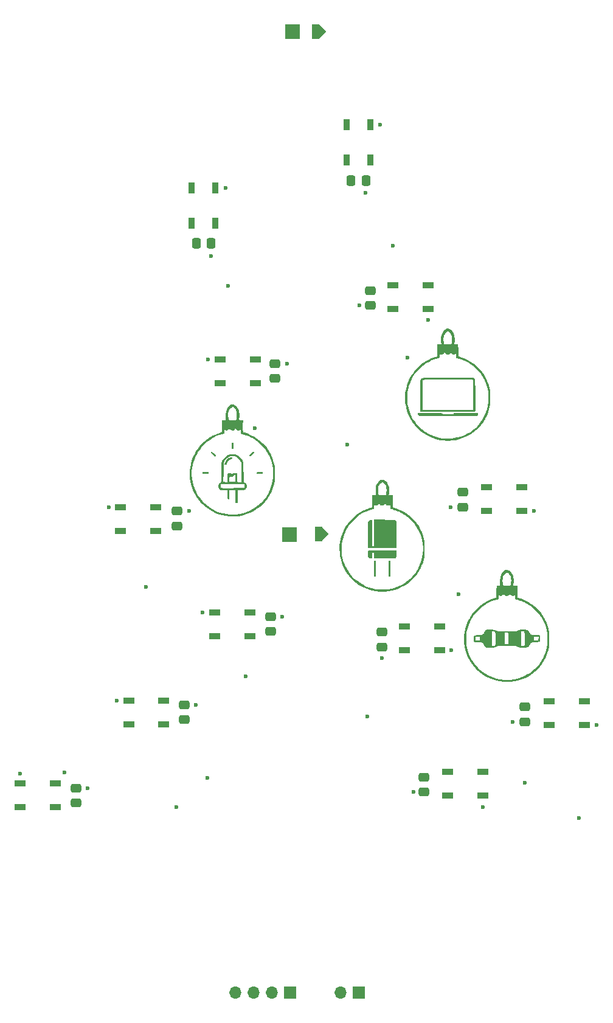
<source format=gts>
G04 #@! TF.GenerationSoftware,KiCad,Pcbnew,8.0.6*
G04 #@! TF.CreationDate,2024-11-23T10:48:36+01:00*
G04 #@! TF.ProjectId,ChristmasTree,43687269-7374-46d6-9173-547265652e6b,rev?*
G04 #@! TF.SameCoordinates,Original*
G04 #@! TF.FileFunction,Soldermask,Top*
G04 #@! TF.FilePolarity,Negative*
%FSLAX46Y46*%
G04 Gerber Fmt 4.6, Leading zero omitted, Abs format (unit mm)*
G04 Created by KiCad (PCBNEW 8.0.6) date 2024-11-23 10:48:36*
%MOMM*%
%LPD*%
G01*
G04 APERTURE LIST*
G04 Aperture macros list*
%AMRoundRect*
0 Rectangle with rounded corners*
0 $1 Rounding radius*
0 $2 $3 $4 $5 $6 $7 $8 $9 X,Y pos of 4 corners*
0 Add a 4 corners polygon primitive as box body*
4,1,4,$2,$3,$4,$5,$6,$7,$8,$9,$2,$3,0*
0 Add four circle primitives for the rounded corners*
1,1,$1+$1,$2,$3*
1,1,$1+$1,$4,$5*
1,1,$1+$1,$6,$7*
1,1,$1+$1,$8,$9*
0 Add four rect primitives between the rounded corners*
20,1,$1+$1,$2,$3,$4,$5,0*
20,1,$1+$1,$4,$5,$6,$7,0*
20,1,$1+$1,$6,$7,$8,$9,0*
20,1,$1+$1,$8,$9,$2,$3,0*%
%AMOutline4P*
0 Free polygon, 4 corners , with rotation*
0 The origin of the aperture is its center*
0 number of corners: always 4*
0 $1 to $8 corner X, Y*
0 $9 Rotation angle, in degrees counterclockwise*
0 create outline with 4 corners*
4,1,4,$1,$2,$3,$4,$5,$6,$7,$8,$1,$2,$9*%
G04 Aperture macros list end*
%ADD10C,0.000000*%
%ADD11RoundRect,0.250000X-0.475000X0.337500X-0.475000X-0.337500X0.475000X-0.337500X0.475000X0.337500X0*%
%ADD12R,1.700000X1.700000*%
%ADD13O,1.700000X1.700000*%
%ADD14R,1.500000X0.900000*%
%ADD15Outline4P,-0.500000X-1.000000X0.500000X0.000000X0.500000X0.000000X-0.500000X1.000000X0.000000*%
%ADD16R,1.000000X2.000000*%
%ADD17RoundRect,0.250000X0.475000X-0.337500X0.475000X0.337500X-0.475000X0.337500X-0.475000X-0.337500X0*%
%ADD18R,2.000000X2.000000*%
%ADD19R,0.900000X1.500000*%
%ADD20RoundRect,0.250000X-0.337500X-0.475000X0.337500X-0.475000X0.337500X0.475000X-0.337500X0.475000X0*%
%ADD21C,0.600000*%
G04 APERTURE END LIST*
D10*
G36*
X89742803Y-90285030D02*
G01*
X89863207Y-90291310D01*
X89868894Y-90694402D01*
X89874581Y-91097493D01*
X89748490Y-91097493D01*
X89622399Y-91097493D01*
X89622399Y-90688122D01*
X89622399Y-90278750D01*
X89742803Y-90285030D01*
G37*
G36*
X86387197Y-94468804D02*
G01*
X86387197Y-94583973D01*
X85983622Y-94589662D01*
X85839961Y-94591195D01*
X85733001Y-94590980D01*
X85657588Y-94588722D01*
X85608569Y-94584127D01*
X85580791Y-94576898D01*
X85569100Y-94566740D01*
X85568740Y-94565883D01*
X85563139Y-94527609D01*
X85562763Y-94467365D01*
X85563988Y-94445025D01*
X85570544Y-94353635D01*
X85978870Y-94353635D01*
X86387197Y-94353635D01*
X86387197Y-94468804D01*
G37*
G36*
X93460593Y-94347061D02*
G01*
X93529205Y-94347924D01*
X93925531Y-94353635D01*
X93925531Y-94468804D01*
X93925531Y-94583973D01*
X93526368Y-94589646D01*
X93401080Y-94590695D01*
X93290380Y-94590229D01*
X93200999Y-94588392D01*
X93139667Y-94585325D01*
X93113116Y-94581170D01*
X93112807Y-94580922D01*
X93102796Y-94549900D01*
X93099122Y-94495063D01*
X93101524Y-94433951D01*
X93109740Y-94384106D01*
X93115964Y-94368864D01*
X93132431Y-94359143D01*
X93170582Y-94352333D01*
X93234961Y-94348203D01*
X93330116Y-94346522D01*
X93460593Y-94347061D01*
G37*
G36*
X86880957Y-91474772D02*
G01*
X86935211Y-91514725D01*
X87014834Y-91583407D01*
X87118443Y-91679670D01*
X87159130Y-91718711D01*
X87247142Y-91804274D01*
X87324242Y-91880228D01*
X87385528Y-91941660D01*
X87426095Y-91983659D01*
X87440961Y-92001040D01*
X87433522Y-92027591D01*
X87406590Y-92070453D01*
X87370425Y-92116465D01*
X87335287Y-92152463D01*
X87312822Y-92165424D01*
X87291662Y-92151309D01*
X87246034Y-92112026D01*
X87180931Y-92052171D01*
X87101348Y-91976340D01*
X87012280Y-91889129D01*
X87008846Y-91885722D01*
X86727035Y-91606021D01*
X86774934Y-91541233D01*
X86813992Y-91495753D01*
X86848620Y-91467021D01*
X86853453Y-91464696D01*
X86880957Y-91474772D01*
G37*
G36*
X92678743Y-91487697D02*
G01*
X92719854Y-91514379D01*
X92745065Y-91540310D01*
X92752225Y-91569987D01*
X92739182Y-91607908D01*
X92703783Y-91658571D01*
X92643878Y-91726474D01*
X92557313Y-91816115D01*
X92488473Y-91885422D01*
X92400320Y-91973074D01*
X92322152Y-92049501D01*
X92258786Y-92110100D01*
X92215037Y-92150268D01*
X92195719Y-92165404D01*
X92195538Y-92165424D01*
X92175671Y-92150291D01*
X92141952Y-92112318D01*
X92128019Y-92094616D01*
X92093041Y-92046374D01*
X92070838Y-92011304D01*
X92067950Y-92004992D01*
X92080351Y-91985145D01*
X92118497Y-91941365D01*
X92177761Y-91878560D01*
X92253519Y-91801634D01*
X92338444Y-91718109D01*
X92615000Y-91450043D01*
X92678743Y-91487697D01*
G37*
G36*
X109604221Y-106680954D02*
G01*
X109735094Y-106687188D01*
X109740526Y-107730497D01*
X109741260Y-107937809D01*
X109741294Y-108134072D01*
X109740671Y-108314972D01*
X109739438Y-108476191D01*
X109737640Y-108613414D01*
X109735323Y-108722326D01*
X109732532Y-108798610D01*
X109729313Y-108837950D01*
X109728819Y-108840307D01*
X109715225Y-108880202D01*
X109692768Y-108900878D01*
X109648703Y-108909967D01*
X109607415Y-108912985D01*
X109544331Y-108913792D01*
X109499635Y-108908975D01*
X109488247Y-108904260D01*
X109485404Y-108881060D01*
X109482739Y-108819905D01*
X109480304Y-108724720D01*
X109478151Y-108599430D01*
X109476332Y-108447958D01*
X109474899Y-108274230D01*
X109473904Y-108082170D01*
X109473400Y-107875702D01*
X109473347Y-107782040D01*
X109473347Y-106674720D01*
X109604221Y-106680954D01*
G37*
G36*
X89726385Y-92248743D02*
G01*
X89742742Y-92276117D01*
X89742862Y-92332578D01*
X89739283Y-92360210D01*
X89725079Y-92454928D01*
X89511455Y-92560351D01*
X89342663Y-92650033D01*
X89209775Y-92736696D01*
X89107676Y-92825770D01*
X89031252Y-92922684D01*
X88975387Y-93032867D01*
X88934967Y-93161749D01*
X88931587Y-93175832D01*
X88896014Y-93327584D01*
X88779438Y-93333809D01*
X88713211Y-93333773D01*
X88665360Y-93327120D01*
X88649971Y-93319176D01*
X88646269Y-93287364D01*
X88650608Y-93226967D01*
X88661160Y-93150100D01*
X88676096Y-93068879D01*
X88693588Y-92995419D01*
X88703867Y-92962046D01*
X88763743Y-92833542D01*
X88851673Y-92700577D01*
X88958445Y-92573835D01*
X89074848Y-92464000D01*
X89191670Y-92381755D01*
X89215095Y-92369140D01*
X89309257Y-92327438D01*
X89412550Y-92291416D01*
X89515457Y-92263314D01*
X89608462Y-92245375D01*
X89682050Y-92239838D01*
X89726385Y-92248743D01*
G37*
G36*
X111681895Y-106680076D02*
G01*
X111726597Y-106690519D01*
X111736619Y-106702893D01*
X111736898Y-106728377D01*
X111737035Y-106791684D01*
X111737035Y-106888761D01*
X111736903Y-107015550D01*
X111736646Y-107167999D01*
X111736270Y-107342050D01*
X111735781Y-107533649D01*
X111735185Y-107738741D01*
X111735003Y-107796799D01*
X111733683Y-108075273D01*
X111731620Y-108313390D01*
X111728819Y-108510900D01*
X111725287Y-108667556D01*
X111721029Y-108783109D01*
X111716051Y-108857311D01*
X111710360Y-108889914D01*
X111709728Y-108890905D01*
X111672965Y-108908529D01*
X111611688Y-108914493D01*
X111541899Y-108907742D01*
X111522363Y-108903258D01*
X111489843Y-108877493D01*
X111475534Y-108848103D01*
X111473121Y-108818645D01*
X111470852Y-108751472D01*
X111468776Y-108650752D01*
X111466940Y-108520648D01*
X111465391Y-108365327D01*
X111464177Y-108188953D01*
X111463345Y-107995694D01*
X111462943Y-107789713D01*
X111462915Y-107739414D01*
X111462629Y-106676718D01*
X111598738Y-106676718D01*
X111681895Y-106680076D01*
G37*
G36*
X122281808Y-86097986D02*
G01*
X123953231Y-86103347D01*
X123948836Y-86164236D01*
X123929969Y-86244044D01*
X123889325Y-86335211D01*
X123835997Y-86421034D01*
X123779080Y-86484813D01*
X123770613Y-86491583D01*
X123701953Y-86543083D01*
X119765268Y-86547132D01*
X119220091Y-86547580D01*
X118714104Y-86547761D01*
X118247516Y-86547677D01*
X117820539Y-86547329D01*
X117433381Y-86546718D01*
X117086254Y-86545844D01*
X116779369Y-86544708D01*
X116512935Y-86543311D01*
X116287163Y-86541655D01*
X116102264Y-86539740D01*
X115958448Y-86537566D01*
X115855925Y-86535136D01*
X115794906Y-86532449D01*
X115776243Y-86530170D01*
X115695779Y-86478795D01*
X115622608Y-86398460D01*
X115564427Y-86301639D01*
X115528933Y-86200806D01*
X115522543Y-86119051D01*
X115530909Y-86114108D01*
X115556557Y-86109787D01*
X115601764Y-86106050D01*
X115668811Y-86102863D01*
X115759975Y-86100190D01*
X115877535Y-86097995D01*
X116023771Y-86096243D01*
X116200960Y-86094898D01*
X116411381Y-86093924D01*
X116657313Y-86093286D01*
X116941036Y-86092948D01*
X117194905Y-86092869D01*
X118864855Y-86092861D01*
X118961789Y-86202803D01*
X119058722Y-86312745D01*
X119743591Y-86312745D01*
X120428460Y-86312745D01*
X120479968Y-86249925D01*
X120525870Y-86194182D01*
X120568119Y-86143235D01*
X120570931Y-86139866D01*
X120610385Y-86092625D01*
X122281808Y-86097986D01*
G37*
G36*
X111265626Y-105234711D02*
G01*
X111489436Y-105235021D01*
X111698880Y-105235588D01*
X111890028Y-105236417D01*
X112058950Y-105237516D01*
X112201717Y-105238891D01*
X112314400Y-105240549D01*
X112393069Y-105242498D01*
X112433794Y-105244743D01*
X112433822Y-105244746D01*
X112500919Y-105254062D01*
X112538429Y-105267309D01*
X112558424Y-105292725D01*
X112572973Y-105338550D01*
X112573360Y-105339987D01*
X112584323Y-105404848D01*
X112592045Y-105498964D01*
X112596526Y-105611807D01*
X112597762Y-105732850D01*
X112595752Y-105851568D01*
X112590493Y-105957434D01*
X112581982Y-106039920D01*
X112573521Y-106079934D01*
X112529217Y-106168023D01*
X112459885Y-106252108D01*
X112378425Y-106318483D01*
X112322466Y-106346590D01*
X112297047Y-106352183D01*
X112252870Y-106357001D01*
X112187417Y-106361087D01*
X112098172Y-106364489D01*
X111982614Y-106367252D01*
X111838227Y-106369422D01*
X111662492Y-106371044D01*
X111452891Y-106372165D01*
X111206907Y-106372830D01*
X110922019Y-106373085D01*
X110865845Y-106373091D01*
X109483817Y-106373091D01*
X109473347Y-105996174D01*
X109467559Y-105840413D01*
X109459866Y-105717188D01*
X109450515Y-105629398D01*
X109439755Y-105579945D01*
X109437254Y-105574552D01*
X109389219Y-105527837D01*
X109325067Y-105513062D01*
X109258270Y-105532526D01*
X109244545Y-105541641D01*
X109190659Y-105581849D01*
X109184970Y-105970169D01*
X109181945Y-106118762D01*
X109177630Y-106229106D01*
X109171739Y-106304822D01*
X109163984Y-106349528D01*
X109154080Y-106366844D01*
X109153560Y-106367043D01*
X109120051Y-106369007D01*
X109059812Y-106365277D01*
X109003655Y-106358920D01*
X108873409Y-106326710D01*
X108769579Y-106267601D01*
X108691284Y-106179960D01*
X108637644Y-106062155D01*
X108607778Y-105912552D01*
X108600806Y-105729520D01*
X108605872Y-105621492D01*
X108614837Y-105522567D01*
X108626604Y-105431382D01*
X108639291Y-105361303D01*
X108645989Y-105336570D01*
X108671178Y-105263281D01*
X108836690Y-105250920D01*
X108889675Y-105248514D01*
X108979379Y-105246277D01*
X109101870Y-105244214D01*
X109253220Y-105242334D01*
X109429499Y-105240642D01*
X109626777Y-105239146D01*
X109841125Y-105237852D01*
X110068613Y-105236766D01*
X110305312Y-105235897D01*
X110547293Y-105235250D01*
X110790625Y-105234832D01*
X111031379Y-105234650D01*
X111265626Y-105234711D01*
G37*
G36*
X110850588Y-100960265D02*
G01*
X111176418Y-100960642D01*
X111460679Y-100961716D01*
X111703679Y-100963494D01*
X111905723Y-100965980D01*
X112067118Y-100969178D01*
X112188169Y-100973093D01*
X112269183Y-100977730D01*
X112310465Y-100983094D01*
X112310692Y-100983155D01*
X112415683Y-101033055D01*
X112506268Y-101120352D01*
X112558653Y-101200956D01*
X112603850Y-101284715D01*
X112603850Y-103043660D01*
X112603775Y-103360469D01*
X112603519Y-103638041D01*
X112603037Y-103879016D01*
X112602283Y-104086036D01*
X112601210Y-104261742D01*
X112599773Y-104408776D01*
X112597926Y-104529780D01*
X112595622Y-104627394D01*
X112592817Y-104704260D01*
X112589463Y-104763019D01*
X112585515Y-104806314D01*
X112580928Y-104836785D01*
X112575654Y-104857074D01*
X112572159Y-104865424D01*
X112540468Y-104928244D01*
X110622865Y-104933588D01*
X108705262Y-104938931D01*
X108665273Y-104894752D01*
X108658155Y-104885660D01*
X108651919Y-104873329D01*
X108646496Y-104855052D01*
X108641815Y-104828120D01*
X108637808Y-104789824D01*
X108634404Y-104737456D01*
X108631534Y-104668306D01*
X108629129Y-104579667D01*
X108627119Y-104468830D01*
X108625434Y-104333086D01*
X108624004Y-104169726D01*
X108622761Y-103976042D01*
X108621635Y-103749325D01*
X108620555Y-103486867D01*
X108619453Y-103185959D01*
X108619147Y-103099054D01*
X108618356Y-102830285D01*
X108617889Y-102572462D01*
X108617736Y-102328815D01*
X108617884Y-102102572D01*
X108618322Y-101896963D01*
X108619038Y-101715215D01*
X108620023Y-101560559D01*
X108621263Y-101436223D01*
X108622748Y-101345436D01*
X108624467Y-101291428D01*
X108625565Y-101278231D01*
X108651868Y-101213274D01*
X108703197Y-101139487D01*
X108768756Y-101069734D01*
X108837749Y-101016879D01*
X108851189Y-101009376D01*
X108906126Y-100991353D01*
X108983123Y-100978320D01*
X109041221Y-100974087D01*
X109169719Y-100970618D01*
X109180189Y-102798384D01*
X109182105Y-103120777D01*
X109183962Y-103403810D01*
X109185817Y-103650003D01*
X109187727Y-103861877D01*
X109189749Y-104041951D01*
X109191940Y-104192744D01*
X109194359Y-104316778D01*
X109197060Y-104416572D01*
X109200102Y-104494645D01*
X109203542Y-104553518D01*
X109207436Y-104595711D01*
X109211843Y-104623743D01*
X109216818Y-104640134D01*
X109222069Y-104647183D01*
X109266546Y-104659049D01*
X109330475Y-104658275D01*
X109394073Y-104646862D01*
X109437553Y-104626809D01*
X109439237Y-104625228D01*
X109443778Y-104607446D01*
X109447876Y-104562623D01*
X109451555Y-104489239D01*
X109454841Y-104385774D01*
X109457756Y-104250707D01*
X109460325Y-104082518D01*
X109462573Y-103879687D01*
X109464523Y-103640693D01*
X109466200Y-103364016D01*
X109467627Y-103048136D01*
X109468560Y-102780872D01*
X109474244Y-100960148D01*
X110850588Y-100960265D01*
G37*
G36*
X120814103Y-81206901D02*
G01*
X121133613Y-81207314D01*
X121441737Y-81207993D01*
X121735813Y-81208943D01*
X122013176Y-81210167D01*
X122271164Y-81211670D01*
X122507114Y-81213457D01*
X122718361Y-81215531D01*
X122902244Y-81217898D01*
X123056098Y-81220561D01*
X123177260Y-81223525D01*
X123263068Y-81226795D01*
X123310857Y-81230374D01*
X123318755Y-81231902D01*
X123398339Y-81275772D01*
X123469082Y-81343858D01*
X123518845Y-81422712D01*
X123533646Y-81469964D01*
X123535297Y-81499945D01*
X123536973Y-81568958D01*
X123538652Y-81674157D01*
X123540314Y-81812694D01*
X123541937Y-81981721D01*
X123543501Y-82178393D01*
X123544985Y-82399861D01*
X123546368Y-82643279D01*
X123547628Y-82905798D01*
X123548746Y-83184573D01*
X123549699Y-83476756D01*
X123550384Y-83742155D01*
X123551124Y-84102482D01*
X123551605Y-84423082D01*
X123551805Y-84706109D01*
X123551700Y-84953716D01*
X123551269Y-85168056D01*
X123550490Y-85351282D01*
X123549340Y-85505546D01*
X123547797Y-85633002D01*
X123545839Y-85735802D01*
X123543444Y-85816100D01*
X123540588Y-85876049D01*
X123537251Y-85917800D01*
X123533409Y-85943508D01*
X123529041Y-85955325D01*
X123527487Y-85956541D01*
X123503210Y-85957958D01*
X123439742Y-85959268D01*
X123339627Y-85960473D01*
X123205409Y-85961574D01*
X123039633Y-85962572D01*
X122844844Y-85963467D01*
X122623586Y-85964262D01*
X122378403Y-85964957D01*
X122111841Y-85965553D01*
X121826443Y-85966052D01*
X121524754Y-85966454D01*
X121209318Y-85966760D01*
X120882681Y-85966972D01*
X120547386Y-85967091D01*
X120205978Y-85967118D01*
X119861002Y-85967053D01*
X119515001Y-85966899D01*
X119170521Y-85966655D01*
X118830106Y-85966324D01*
X118496300Y-85965906D01*
X118171648Y-85965402D01*
X117858695Y-85964814D01*
X117559985Y-85964142D01*
X117278062Y-85963388D01*
X117015471Y-85962552D01*
X116774756Y-85961637D01*
X116558462Y-85960642D01*
X116369134Y-85959569D01*
X116209316Y-85958419D01*
X116081551Y-85957194D01*
X115988386Y-85955894D01*
X115932364Y-85954520D01*
X115915831Y-85953278D01*
X115913483Y-85930426D01*
X115911386Y-85869065D01*
X115909535Y-85772564D01*
X115907926Y-85644294D01*
X115906554Y-85487622D01*
X115905417Y-85305919D01*
X115904509Y-85102555D01*
X115903827Y-84880899D01*
X115903367Y-84644321D01*
X115903124Y-84396190D01*
X115903095Y-84139875D01*
X115903165Y-84038370D01*
X116202663Y-84038370D01*
X116202666Y-84300038D01*
X116202965Y-84545653D01*
X116203546Y-84772017D01*
X116204395Y-84975930D01*
X116205499Y-85154196D01*
X116206845Y-85303615D01*
X116208419Y-85420988D01*
X116210207Y-85503119D01*
X116212195Y-85546808D01*
X116212352Y-85548441D01*
X116226438Y-85684550D01*
X116613825Y-85696126D01*
X116680202Y-85697470D01*
X116785752Y-85698755D01*
X116927770Y-85699972D01*
X117103547Y-85701114D01*
X117310379Y-85702173D01*
X117545559Y-85703139D01*
X117806379Y-85704005D01*
X118090135Y-85704763D01*
X118394119Y-85705405D01*
X118715626Y-85705923D01*
X119051948Y-85706308D01*
X119400379Y-85706552D01*
X119758214Y-85706647D01*
X120096762Y-85706596D01*
X120517249Y-85706436D01*
X120897863Y-85706254D01*
X121240613Y-85706023D01*
X121547504Y-85705716D01*
X121820545Y-85705307D01*
X122061742Y-85704768D01*
X122273103Y-85704073D01*
X122456635Y-85703195D01*
X122614345Y-85702106D01*
X122748241Y-85700782D01*
X122860330Y-85699193D01*
X122952618Y-85697314D01*
X123027114Y-85695118D01*
X123085824Y-85692578D01*
X123130756Y-85689668D01*
X123163917Y-85686359D01*
X123187314Y-85682626D01*
X123202955Y-85678442D01*
X123212846Y-85673780D01*
X123218995Y-85668613D01*
X123222030Y-85664843D01*
X123227020Y-85653021D01*
X123231436Y-85630459D01*
X123235312Y-85594814D01*
X123238680Y-85543741D01*
X123241574Y-85474899D01*
X123244026Y-85385943D01*
X123246070Y-85274530D01*
X123247740Y-85138317D01*
X123249068Y-84974960D01*
X123250087Y-84782116D01*
X123250831Y-84557442D01*
X123251332Y-84298594D01*
X123251625Y-84003228D01*
X123251742Y-83669003D01*
X123251747Y-83565108D01*
X123251747Y-81506020D01*
X123197231Y-81485293D01*
X123168238Y-81482343D01*
X123097865Y-81479681D01*
X122986608Y-81477311D01*
X122834967Y-81475233D01*
X122643439Y-81473450D01*
X122412522Y-81471964D01*
X122142714Y-81470778D01*
X121834512Y-81469893D01*
X121488416Y-81469312D01*
X121104923Y-81469037D01*
X120684530Y-81469070D01*
X120227736Y-81469413D01*
X119735038Y-81470069D01*
X119711497Y-81470106D01*
X119266446Y-81470845D01*
X118861380Y-81471573D01*
X118494405Y-81472312D01*
X118163627Y-81473084D01*
X117867152Y-81473913D01*
X117603085Y-81474821D01*
X117369531Y-81475830D01*
X117164597Y-81476964D01*
X116986389Y-81478243D01*
X116833011Y-81479692D01*
X116702570Y-81481332D01*
X116593171Y-81483186D01*
X116502921Y-81485276D01*
X116429924Y-81487626D01*
X116372287Y-81490257D01*
X116328115Y-81493192D01*
X116295514Y-81496454D01*
X116272590Y-81500064D01*
X116257448Y-81504047D01*
X116248194Y-81508423D01*
X116244604Y-81511324D01*
X116238519Y-81519658D01*
X116233146Y-81533440D01*
X116228431Y-81555210D01*
X116224321Y-81587510D01*
X116220763Y-81632882D01*
X116217705Y-81693866D01*
X116215093Y-81773004D01*
X116212875Y-81872838D01*
X116210997Y-81995909D01*
X116209408Y-82144758D01*
X116208052Y-82321927D01*
X116206879Y-82529957D01*
X116205834Y-82771390D01*
X116204865Y-83048767D01*
X116203919Y-83364630D01*
X116203598Y-83479666D01*
X116202969Y-83763846D01*
X116202663Y-84038370D01*
X115903165Y-84038370D01*
X115903275Y-83878747D01*
X115903660Y-83616175D01*
X115904247Y-83355528D01*
X115905031Y-83100176D01*
X115906007Y-82853489D01*
X115907173Y-82618835D01*
X115908524Y-82399586D01*
X115910056Y-82199109D01*
X115911764Y-82020776D01*
X115913645Y-81867955D01*
X115915695Y-81744016D01*
X115917909Y-81652328D01*
X115920284Y-81596261D01*
X115921115Y-81586026D01*
X115948135Y-81448072D01*
X115997449Y-81344026D01*
X116070461Y-81271497D01*
X116122251Y-81243745D01*
X116152072Y-81239939D01*
X116221109Y-81236315D01*
X116326699Y-81232878D01*
X116466178Y-81229633D01*
X116636883Y-81226583D01*
X116836152Y-81223734D01*
X117061320Y-81221089D01*
X117309725Y-81218653D01*
X117578703Y-81216430D01*
X117865592Y-81214425D01*
X118167727Y-81212643D01*
X118482445Y-81211086D01*
X118807084Y-81209761D01*
X119138980Y-81208670D01*
X119475470Y-81207820D01*
X119813890Y-81207213D01*
X120151578Y-81206855D01*
X120485870Y-81206749D01*
X120814103Y-81206901D01*
G37*
G36*
X89979376Y-91832940D02*
G01*
X90166700Y-91867510D01*
X90341795Y-91928737D01*
X90515506Y-92020305D01*
X90676938Y-92129718D01*
X90852251Y-92282734D01*
X90999098Y-92463342D01*
X91120694Y-92675523D01*
X91124219Y-92682909D01*
X91154718Y-92747806D01*
X91180958Y-92806904D01*
X91203280Y-92863831D01*
X91222022Y-92922212D01*
X91237526Y-92985677D01*
X91250129Y-93057850D01*
X91260173Y-93142361D01*
X91267997Y-93242834D01*
X91273941Y-93362899D01*
X91278345Y-93506180D01*
X91281548Y-93676306D01*
X91283889Y-93876904D01*
X91285710Y-94111600D01*
X91287350Y-94384022D01*
X91287593Y-94426924D01*
X91288886Y-94651568D01*
X91290151Y-94863685D01*
X91291363Y-95059584D01*
X91292498Y-95235573D01*
X91293529Y-95387960D01*
X91294432Y-95513053D01*
X91295183Y-95607160D01*
X91295755Y-95666591D01*
X91296112Y-95687569D01*
X91314424Y-95703968D01*
X91359208Y-95728834D01*
X91387642Y-95742131D01*
X91520743Y-95822651D01*
X91626335Y-95932549D01*
X91674618Y-96011175D01*
X91714960Y-96131178D01*
X91728130Y-96268187D01*
X91715679Y-96410210D01*
X91679164Y-96545259D01*
X91620137Y-96661343D01*
X91584484Y-96706568D01*
X91549241Y-96741007D01*
X91510725Y-96767919D01*
X91463275Y-96788371D01*
X91401232Y-96803435D01*
X91318934Y-96814179D01*
X91210720Y-96821673D01*
X91070930Y-96826987D01*
X90928749Y-96830468D01*
X90465685Y-96840292D01*
X90452392Y-97544367D01*
X90449304Y-97722037D01*
X90446793Y-97895013D01*
X90444920Y-98056578D01*
X90443746Y-98200016D01*
X90443331Y-98318610D01*
X90443736Y-98405642D01*
X90444311Y-98436900D01*
X90449521Y-98625358D01*
X90323023Y-98631479D01*
X90253519Y-98632446D01*
X90201714Y-98628736D01*
X90181679Y-98622754D01*
X90178505Y-98599287D01*
X90175563Y-98538374D01*
X90172927Y-98444448D01*
X90170671Y-98321940D01*
X90168869Y-98175285D01*
X90167595Y-98008914D01*
X90166922Y-97827261D01*
X90166834Y-97731926D01*
X90166834Y-96855943D01*
X89748037Y-96855943D01*
X89329241Y-96855943D01*
X89329241Y-97474667D01*
X89329241Y-98093391D01*
X89198367Y-98087157D01*
X89067493Y-98080923D01*
X89061947Y-97457963D01*
X89056400Y-96835004D01*
X88611741Y-96834887D01*
X88461847Y-96833731D01*
X88327490Y-96830539D01*
X88215284Y-96825600D01*
X88131843Y-96819204D01*
X88084304Y-96811789D01*
X87981858Y-96762559D01*
X87901049Y-96679107D01*
X87843139Y-96563797D01*
X87809392Y-96418997D01*
X87800634Y-96280098D01*
X87805473Y-96200718D01*
X88082102Y-96200718D01*
X88083225Y-96291924D01*
X88087601Y-96381434D01*
X88094978Y-96458410D01*
X88105104Y-96512012D01*
X88112473Y-96528540D01*
X88120204Y-96535057D01*
X88133712Y-96540697D01*
X88155771Y-96545510D01*
X88189157Y-96549546D01*
X88236645Y-96552853D01*
X88301008Y-96555482D01*
X88385023Y-96557482D01*
X88491464Y-96558903D01*
X88623105Y-96559796D01*
X88782723Y-96560209D01*
X88973092Y-96560192D01*
X89196986Y-96559795D01*
X89457181Y-96559067D01*
X89756451Y-96558059D01*
X89759747Y-96558048D01*
X90016485Y-96556919D01*
X90261112Y-96555417D01*
X90490392Y-96553587D01*
X90701090Y-96551475D01*
X90889972Y-96549128D01*
X91053801Y-96546591D01*
X91189344Y-96543909D01*
X91293364Y-96541129D01*
X91362626Y-96538296D01*
X91393897Y-96535457D01*
X91395311Y-96534888D01*
X91405033Y-96504216D01*
X91411057Y-96442698D01*
X91413597Y-96361185D01*
X91412865Y-96270527D01*
X91409073Y-96181576D01*
X91402433Y-96105181D01*
X91393158Y-96052195D01*
X91385531Y-96035147D01*
X91373156Y-96029944D01*
X91345480Y-96025409D01*
X91300053Y-96021501D01*
X91234427Y-96018180D01*
X91146152Y-96015406D01*
X91032777Y-96013138D01*
X90891853Y-96011335D01*
X90720931Y-96009957D01*
X90517561Y-96008964D01*
X90279293Y-96008314D01*
X90003677Y-96007967D01*
X89738266Y-96007881D01*
X89481372Y-96008101D01*
X89236589Y-96008739D01*
X89007148Y-96009760D01*
X88796284Y-96011129D01*
X88607229Y-96012813D01*
X88443217Y-96014776D01*
X88307480Y-96016985D01*
X88203252Y-96019405D01*
X88133766Y-96022001D01*
X88102255Y-96024739D01*
X88100772Y-96025322D01*
X88090623Y-96056578D01*
X88084484Y-96118656D01*
X88082102Y-96200718D01*
X87805473Y-96200718D01*
X87810069Y-96125311D01*
X87841316Y-96000637D01*
X87898786Y-95898095D01*
X87986890Y-95809703D01*
X88104262Y-95730825D01*
X88152813Y-95702589D01*
X88489318Y-95702589D01*
X88673707Y-95710048D01*
X88771346Y-95713385D01*
X88865539Y-95715570D01*
X88939210Y-95716230D01*
X88952324Y-95716115D01*
X89046554Y-95714723D01*
X89046729Y-95704253D01*
X89330625Y-95704253D01*
X89749123Y-95704253D01*
X90167620Y-95704253D01*
X90161992Y-95227873D01*
X90156364Y-94751492D01*
X90089643Y-94745029D01*
X90010245Y-94753214D01*
X89922548Y-94794100D01*
X89822218Y-94869900D01*
X89791860Y-94897139D01*
X89707530Y-94970326D01*
X89643050Y-95011226D01*
X89591289Y-95019577D01*
X89545114Y-94995120D01*
X89497391Y-94937595D01*
X89463873Y-94885168D01*
X89423049Y-94823472D01*
X89387439Y-94779302D01*
X89364635Y-94762052D01*
X89364370Y-94762046D01*
X89355640Y-94774696D01*
X89348673Y-94814688D01*
X89343274Y-94885182D01*
X89339245Y-94989340D01*
X89336391Y-95130324D01*
X89335168Y-95233192D01*
X89330625Y-95704253D01*
X89046729Y-95704253D01*
X89047950Y-95630964D01*
X89048502Y-95586567D01*
X89049293Y-95507313D01*
X89050263Y-95400221D01*
X89051349Y-95272314D01*
X89052488Y-95130612D01*
X89053185Y-95040151D01*
X89054225Y-94874000D01*
X89055932Y-94744901D01*
X89060416Y-94648054D01*
X89069790Y-94578656D01*
X89086164Y-94531905D01*
X89111649Y-94503000D01*
X89148357Y-94487139D01*
X89198399Y-94479519D01*
X89263885Y-94475339D01*
X89302498Y-94473076D01*
X89418346Y-94471719D01*
X89503179Y-94486743D01*
X89565599Y-94520948D01*
X89612039Y-94573861D01*
X89653253Y-94622628D01*
X89688588Y-94631241D01*
X89723983Y-94599725D01*
X89740374Y-94574391D01*
X89771910Y-94531490D01*
X89812256Y-94501448D01*
X89868498Y-94482474D01*
X89947718Y-94472781D01*
X90057001Y-94470579D01*
X90144897Y-94472244D01*
X90258935Y-94476576D01*
X90337409Y-94482746D01*
X90386626Y-94491640D01*
X90412890Y-94504142D01*
X90418594Y-94510684D01*
X90424005Y-94539697D01*
X90428828Y-94605314D01*
X90432886Y-94702262D01*
X90436005Y-94825267D01*
X90438013Y-94969056D01*
X90438731Y-95120190D01*
X90439052Y-95698287D01*
X90567762Y-95711740D01*
X90676837Y-95720460D01*
X90782316Y-95724186D01*
X90874533Y-95723023D01*
X90943821Y-95717075D01*
X90979302Y-95707283D01*
X90985037Y-95696582D01*
X90989853Y-95670519D01*
X90993792Y-95626338D01*
X90996898Y-95561282D01*
X90999213Y-95472597D01*
X91000780Y-95357526D01*
X91001642Y-95213313D01*
X91001841Y-95037203D01*
X91001420Y-94826439D01*
X91000423Y-94578267D01*
X90999532Y-94404100D01*
X90998006Y-94137783D01*
X90996475Y-93909986D01*
X90994831Y-93717350D01*
X90992965Y-93556516D01*
X90990768Y-93424125D01*
X90988132Y-93316817D01*
X90984948Y-93231234D01*
X90981108Y-93164015D01*
X90976502Y-93111803D01*
X90971024Y-93071238D01*
X90964563Y-93038960D01*
X90957011Y-93011610D01*
X90954247Y-93003052D01*
X90859813Y-92777418D01*
X90736947Y-92580896D01*
X90587151Y-92414957D01*
X90411927Y-92281074D01*
X90212777Y-92180722D01*
X90067144Y-92133093D01*
X89964834Y-92114719D01*
X89837832Y-92104348D01*
X89702223Y-92102197D01*
X89574092Y-92108480D01*
X89469524Y-92123413D01*
X89462698Y-92124979D01*
X89396024Y-92145518D01*
X89307906Y-92178929D01*
X89214210Y-92219064D01*
X89185338Y-92232467D01*
X89001575Y-92342539D01*
X88840231Y-92486501D01*
X88703741Y-92661435D01*
X88594541Y-92864425D01*
X88541636Y-93003017D01*
X88533807Y-93029615D01*
X88527083Y-93060363D01*
X88521356Y-93098607D01*
X88516519Y-93147691D01*
X88512465Y-93210961D01*
X88509088Y-93291763D01*
X88506279Y-93393442D01*
X88503932Y-93519344D01*
X88501939Y-93672814D01*
X88500194Y-93857198D01*
X88498590Y-94075841D01*
X88497018Y-94332089D01*
X88496573Y-94410387D01*
X88489318Y-95702589D01*
X88152813Y-95702589D01*
X88208961Y-95669935D01*
X88219431Y-94362651D01*
X88229901Y-93055366D01*
X88289073Y-92887848D01*
X88392676Y-92644996D01*
X88521229Y-92434769D01*
X88676855Y-92254680D01*
X88861676Y-92102242D01*
X89061205Y-91983322D01*
X89223158Y-91909415D01*
X89375879Y-91860092D01*
X89534286Y-91831938D01*
X89713294Y-91821539D01*
X89768977Y-91821344D01*
X89979376Y-91832940D01*
G37*
G36*
X130255097Y-116252572D02*
G01*
X130264724Y-116252950D01*
X130456824Y-116264490D01*
X130612681Y-116282769D01*
X130737523Y-116308690D01*
X130836578Y-116343152D01*
X130864063Y-116356328D01*
X130927901Y-116406252D01*
X130997931Y-116490821D01*
X131069724Y-116604167D01*
X131112995Y-116685952D01*
X131198831Y-116824201D01*
X131301200Y-116924508D01*
X131421389Y-116987938D01*
X131503010Y-117008808D01*
X131545266Y-117012861D01*
X131621988Y-117017178D01*
X131725768Y-117021465D01*
X131849195Y-117025428D01*
X131984860Y-117028771D01*
X132025531Y-117029585D01*
X132160518Y-117032761D01*
X132282751Y-117036810D01*
X132385517Y-117041415D01*
X132462106Y-117046260D01*
X132505807Y-117051027D01*
X132511973Y-117052571D01*
X132541399Y-117077803D01*
X132563343Y-117129313D01*
X132578450Y-117210792D01*
X132587362Y-117325934D01*
X132590724Y-117478432D01*
X132590790Y-117504743D01*
X132590308Y-117621076D01*
X132588000Y-117703918D01*
X132582742Y-117761655D01*
X132573409Y-117802669D01*
X132558873Y-117835344D01*
X132543010Y-117860720D01*
X132498944Y-117913433D01*
X132451664Y-117952235D01*
X132443546Y-117956662D01*
X132405722Y-117965631D01*
X132331948Y-117975001D01*
X132228141Y-117984248D01*
X132100221Y-117992847D01*
X131954107Y-118000274D01*
X131948661Y-118000510D01*
X131799736Y-118007185D01*
X131685954Y-118013298D01*
X131600601Y-118019742D01*
X131536965Y-118027413D01*
X131488334Y-118037202D01*
X131447996Y-118050005D01*
X131409238Y-118066714D01*
X131393118Y-118074474D01*
X131303657Y-118125395D01*
X131230323Y-118186025D01*
X131164676Y-118265442D01*
X131098274Y-118372720D01*
X131073518Y-118418106D01*
X131009894Y-118524213D01*
X130942677Y-118602713D01*
X130860670Y-118663119D01*
X130752676Y-118714943D01*
X130700302Y-118735177D01*
X130650369Y-118751939D01*
X130600115Y-118763953D01*
X130541379Y-118771972D01*
X130465998Y-118776748D01*
X130365810Y-118779033D01*
X130232654Y-118779580D01*
X130218686Y-118779570D01*
X130037181Y-118777325D01*
X129888265Y-118769808D01*
X129762794Y-118755243D01*
X129651625Y-118731850D01*
X129545612Y-118697851D01*
X129435612Y-118651468D01*
X129352043Y-118611030D01*
X129138984Y-118504080D01*
X128116594Y-118492809D01*
X127842970Y-118490012D01*
X127607528Y-118488298D01*
X127406574Y-118487960D01*
X127236417Y-118489290D01*
X127093366Y-118492580D01*
X126973729Y-118498123D01*
X126873814Y-118506211D01*
X126789930Y-118517137D01*
X126718385Y-118531193D01*
X126655487Y-118548671D01*
X126597546Y-118569864D01*
X126540868Y-118595065D01*
X126486949Y-118621895D01*
X126376593Y-118673191D01*
X126263157Y-118716883D01*
X126164556Y-118746176D01*
X126151912Y-118748958D01*
X126059682Y-118762022D01*
X125936007Y-118770985D01*
X125791131Y-118775753D01*
X125635298Y-118776235D01*
X125478750Y-118772336D01*
X125331730Y-118763965D01*
X125255381Y-118757079D01*
X125146354Y-118741517D01*
X125060271Y-118716942D01*
X124989661Y-118677555D01*
X124927052Y-118617554D01*
X124864975Y-118531140D01*
X124809071Y-118435050D01*
X125846855Y-118435050D01*
X125846941Y-118497515D01*
X125847126Y-118522157D01*
X125866999Y-118542682D01*
X125917267Y-118554808D01*
X125987369Y-118558889D01*
X126066744Y-118555274D01*
X126144831Y-118544317D01*
X126211070Y-118526368D01*
X126246141Y-118508868D01*
X126273828Y-118487501D01*
X126296663Y-118463008D01*
X126315114Y-118431376D01*
X126329647Y-118388596D01*
X126340731Y-118330656D01*
X126348832Y-118253545D01*
X126354418Y-118153254D01*
X126357956Y-118025771D01*
X126359912Y-117867086D01*
X126360187Y-117803872D01*
X127652704Y-117803872D01*
X127652856Y-117951574D01*
X127653535Y-118076958D01*
X127654712Y-118175241D01*
X127656362Y-118241638D01*
X127658456Y-118271365D01*
X127658662Y-118272069D01*
X127676710Y-118283995D01*
X127723028Y-118292062D01*
X127801987Y-118296692D01*
X127917958Y-118298306D01*
X127931140Y-118298318D01*
X128193545Y-118298318D01*
X128193545Y-117606106D01*
X128193199Y-117509585D01*
X128192743Y-117382472D01*
X128190374Y-117192927D01*
X128186488Y-117039166D01*
X128181136Y-116922884D01*
X128174370Y-116845774D01*
X128169773Y-116819491D01*
X128148074Y-116753801D01*
X128117037Y-116709432D01*
X128069181Y-116682807D01*
X127997021Y-116670352D01*
X127893075Y-116668491D01*
X127855700Y-116669429D01*
X127659579Y-116675482D01*
X127654084Y-117460651D01*
X127653104Y-117638636D01*
X127652704Y-117803872D01*
X126360187Y-117803872D01*
X126360755Y-117673187D01*
X126360929Y-117523544D01*
X126361310Y-116738301D01*
X126308961Y-116633602D01*
X126270128Y-116569842D01*
X126227495Y-116520197D01*
X126204262Y-116503037D01*
X126155331Y-116489285D01*
X126083814Y-116480600D01*
X126004661Y-116477431D01*
X125932824Y-116480230D01*
X125883252Y-116489446D01*
X125875565Y-116493132D01*
X125869357Y-116507919D01*
X125864097Y-116545474D01*
X125859715Y-116608367D01*
X125856140Y-116699172D01*
X125853304Y-116820461D01*
X125851137Y-116974807D01*
X125849570Y-117164782D01*
X125848531Y-117392958D01*
X125848231Y-117503157D01*
X125847799Y-117703765D01*
X125847442Y-117891863D01*
X125847165Y-118063247D01*
X125846971Y-118213710D01*
X125846866Y-118339046D01*
X125846855Y-118435050D01*
X124809071Y-118435050D01*
X124795959Y-118412512D01*
X124784471Y-118391442D01*
X124722330Y-118284224D01*
X124660989Y-118198589D01*
X124594864Y-118132175D01*
X124518374Y-118082618D01*
X124425937Y-118047557D01*
X124311971Y-118024630D01*
X124170895Y-118011474D01*
X123997125Y-118005729D01*
X123870906Y-118004852D01*
X123702788Y-118003629D01*
X123573714Y-118000135D01*
X123480904Y-117994213D01*
X123421578Y-117985706D01*
X123398904Y-117978347D01*
X123359486Y-117945346D01*
X123330563Y-117888903D01*
X123311101Y-117804530D01*
X123308294Y-117774822D01*
X123544905Y-117774822D01*
X123859002Y-117774822D01*
X124173099Y-117774822D01*
X124174159Y-117623009D01*
X124175447Y-117529413D01*
X124177752Y-117436416D01*
X124180236Y-117371731D01*
X124185254Y-117272267D01*
X123865079Y-117272267D01*
X123544905Y-117272267D01*
X123544905Y-117523544D01*
X123544905Y-117774822D01*
X123308294Y-117774822D01*
X123300065Y-117687739D01*
X123296418Y-117534041D01*
X123296418Y-117534014D01*
X123296506Y-117523544D01*
X123297560Y-117397565D01*
X123304499Y-117290086D01*
X123321726Y-117207879D01*
X123353733Y-117147243D01*
X123405012Y-117104482D01*
X123480054Y-117075896D01*
X123583351Y-117057787D01*
X123719395Y-117046456D01*
X123892678Y-117038204D01*
X123898849Y-117037951D01*
X124078158Y-117028814D01*
X124226739Y-117017463D01*
X124340962Y-117004241D01*
X124417195Y-116989494D01*
X124420860Y-116988459D01*
X124548337Y-116930252D01*
X124659767Y-116837002D01*
X124749454Y-116714243D01*
X124790090Y-116629654D01*
X124845876Y-116507582D01*
X124904506Y-116418923D01*
X124972867Y-116355406D01*
X125057055Y-116309103D01*
X125097391Y-116293017D01*
X125137521Y-116281165D01*
X125184511Y-116272929D01*
X125245430Y-116267690D01*
X125327345Y-116264829D01*
X125437322Y-116263728D01*
X125574980Y-116263749D01*
X125785748Y-116267137D01*
X125963204Y-116277176D01*
X126115584Y-116295278D01*
X126251126Y-116322854D01*
X126378068Y-116361316D01*
X126504648Y-116412076D01*
X126543292Y-116429684D01*
X126717287Y-116510852D01*
X127942267Y-116509408D01*
X129167246Y-116507963D01*
X129239998Y-116476554D01*
X129931549Y-116476554D01*
X129931549Y-117509585D01*
X129931824Y-117713700D01*
X129932612Y-117904985D01*
X129933860Y-118079376D01*
X129935513Y-118232809D01*
X129937516Y-118361221D01*
X129939817Y-118460549D01*
X129942359Y-118526728D01*
X129945091Y-118555695D01*
X129945509Y-118556575D01*
X129976855Y-118566211D01*
X130036468Y-118569621D01*
X130111243Y-118567092D01*
X130188077Y-118558915D01*
X130235177Y-118550192D01*
X130302846Y-118523489D01*
X130359668Y-118483059D01*
X130366051Y-118476235D01*
X130413165Y-118421621D01*
X130413165Y-117587966D01*
X131693322Y-117587966D01*
X131693493Y-117667886D01*
X131695378Y-117723254D01*
X131697959Y-117743132D01*
X131721557Y-117753498D01*
X131783798Y-117760512D01*
X131885745Y-117764246D01*
X132018039Y-117764834D01*
X132329159Y-117763185D01*
X132347816Y-117540522D01*
X132354487Y-117445874D01*
X132357851Y-117365124D01*
X132357620Y-117308407D01*
X132354963Y-117287862D01*
X132343399Y-117276168D01*
X132315341Y-117268145D01*
X132264995Y-117263345D01*
X132186566Y-117261323D01*
X132074261Y-117261633D01*
X132022208Y-117262260D01*
X131700964Y-117266654D01*
X131694981Y-117493218D01*
X131693322Y-117587966D01*
X130413165Y-117587966D01*
X130413165Y-117516566D01*
X130413165Y-117288976D01*
X130412823Y-117099596D01*
X130411628Y-116944759D01*
X130409068Y-116820795D01*
X130404633Y-116724037D01*
X130397809Y-116650815D01*
X130388087Y-116597461D01*
X130374953Y-116560307D01*
X130357898Y-116535684D01*
X130336409Y-116519924D01*
X130309974Y-116509358D01*
X130278083Y-116500317D01*
X130271204Y-116498424D01*
X130206479Y-116486484D01*
X130122013Y-116478575D01*
X130062423Y-116476670D01*
X129931549Y-116476554D01*
X129239998Y-116476554D01*
X129418524Y-116399480D01*
X129564401Y-116339904D01*
X129691928Y-116297095D01*
X129812932Y-116269006D01*
X129939244Y-116253588D01*
X130082689Y-116248792D01*
X130255097Y-116252572D01*
G37*
G36*
X89868241Y-84916251D02*
G01*
X90028065Y-84968685D01*
X90175259Y-85058608D01*
X90309814Y-85186951D01*
X90430414Y-85351815D01*
X90535742Y-85551299D01*
X90624483Y-85783504D01*
X90649451Y-85865416D01*
X90677408Y-85996052D01*
X90696553Y-86155968D01*
X90706489Y-86333417D01*
X90706819Y-86516654D01*
X90697146Y-86693932D01*
X90681839Y-86824224D01*
X90668055Y-86915846D01*
X90657040Y-86991907D01*
X90650131Y-87042990D01*
X90648450Y-87059189D01*
X90668105Y-87065742D01*
X90721934Y-87071995D01*
X90802233Y-87077321D01*
X90901296Y-87081097D01*
X90925678Y-87081675D01*
X91202906Y-87087518D01*
X91197054Y-87862291D01*
X91196178Y-88040819D01*
X91196258Y-88208093D01*
X91197223Y-88359015D01*
X91199005Y-88488485D01*
X91201531Y-88591407D01*
X91204733Y-88662682D01*
X91208539Y-88697213D01*
X91208566Y-88697306D01*
X91219218Y-88723631D01*
X91238641Y-88745730D01*
X91273725Y-88767404D01*
X91331357Y-88792455D01*
X91418426Y-88824683D01*
X91476389Y-88845109D01*
X91938057Y-89019341D01*
X92363884Y-89207413D01*
X92758385Y-89411970D01*
X93126074Y-89635656D01*
X93471467Y-89881116D01*
X93799077Y-90150994D01*
X93964766Y-90302673D01*
X94264175Y-90614387D01*
X94540230Y-90958945D01*
X94791453Y-91333474D01*
X95016366Y-91735107D01*
X95213491Y-92160971D01*
X95381348Y-92608199D01*
X95518461Y-93073919D01*
X95613971Y-93504475D01*
X95624445Y-93563427D01*
X95633010Y-93621628D01*
X95639846Y-93683933D01*
X95645137Y-93755196D01*
X95649065Y-93840273D01*
X95651812Y-93944017D01*
X95653559Y-94071285D01*
X95654490Y-94226930D01*
X95654786Y-94415807D01*
X95654693Y-94589563D01*
X95653922Y-94797237D01*
X95652140Y-94991150D01*
X95649456Y-95166632D01*
X95645977Y-95319017D01*
X95641809Y-95443636D01*
X95637059Y-95535820D01*
X95631835Y-95590901D01*
X95631710Y-95591690D01*
X95547482Y-96004627D01*
X95426701Y-96422581D01*
X95307000Y-96750520D01*
X95102804Y-97206540D01*
X94864864Y-97639244D01*
X94594976Y-98047236D01*
X94294933Y-98429120D01*
X93966527Y-98783498D01*
X93611554Y-99108974D01*
X93231807Y-99404152D01*
X92829080Y-99667635D01*
X92405165Y-99898025D01*
X91961858Y-100093928D01*
X91500951Y-100253945D01*
X91024238Y-100376680D01*
X90543751Y-100459404D01*
X90376163Y-100477681D01*
X90185561Y-100492348D01*
X89982926Y-100503046D01*
X89779241Y-100509416D01*
X89585485Y-100511102D01*
X89412642Y-100507744D01*
X89287361Y-100500401D01*
X88805990Y-100439738D01*
X88329721Y-100341480D01*
X87864014Y-100207277D01*
X87414334Y-100038779D01*
X86986141Y-99837634D01*
X86850707Y-99764498D01*
X86560633Y-99593203D01*
X86294844Y-99415535D01*
X86042951Y-99223571D01*
X85794564Y-99009391D01*
X85539292Y-98765072D01*
X85537410Y-98763191D01*
X85236704Y-98443955D01*
X84972133Y-98122226D01*
X84738287Y-97790241D01*
X84529755Y-97440234D01*
X84341126Y-97064444D01*
X84317649Y-97012992D01*
X84130447Y-96548810D01*
X83983746Y-96077230D01*
X83877260Y-95600356D01*
X83810704Y-95120290D01*
X83788940Y-94731206D01*
X84078822Y-94731206D01*
X84114261Y-95209460D01*
X84191107Y-95686103D01*
X84309410Y-96159627D01*
X84380745Y-96384798D01*
X84442300Y-96549941D01*
X84522041Y-96738894D01*
X84614658Y-96940794D01*
X84714844Y-97144782D01*
X84817290Y-97339994D01*
X84916689Y-97515572D01*
X84994768Y-97641187D01*
X85282282Y-98040918D01*
X85598361Y-98411062D01*
X85941114Y-98750483D01*
X86308651Y-99058045D01*
X86699082Y-99332612D01*
X87110514Y-99573051D01*
X87541058Y-99778224D01*
X87988823Y-99946996D01*
X88451917Y-100078233D01*
X88928451Y-100170798D01*
X89276892Y-100212690D01*
X89379367Y-100218845D01*
X89512059Y-100222368D01*
X89663396Y-100223352D01*
X89821803Y-100221890D01*
X89975708Y-100218076D01*
X90113538Y-100212002D01*
X90208714Y-100205195D01*
X90703302Y-100139945D01*
X91183359Y-100035955D01*
X91647467Y-99893971D01*
X92094207Y-99714737D01*
X92522163Y-99499001D01*
X92929916Y-99247508D01*
X93316048Y-98961004D01*
X93679142Y-98640235D01*
X94017779Y-98285946D01*
X94147726Y-98132995D01*
X94431701Y-97754400D01*
X94681653Y-97352562D01*
X94896720Y-96929821D01*
X95076036Y-96488515D01*
X95218739Y-96030984D01*
X95323965Y-95559567D01*
X95390851Y-95076603D01*
X95415653Y-94699142D01*
X95414813Y-94244405D01*
X95379356Y-93807864D01*
X95308069Y-93383760D01*
X95199738Y-92966332D01*
X95053152Y-92549820D01*
X94879858Y-92154954D01*
X94648223Y-91713284D01*
X94392134Y-91304979D01*
X94110185Y-90928435D01*
X93800967Y-90582051D01*
X93463073Y-90264221D01*
X93095095Y-89973342D01*
X92774290Y-89756561D01*
X92531934Y-89614762D01*
X92262109Y-89475918D01*
X91975840Y-89344710D01*
X91684153Y-89225819D01*
X91398073Y-89123924D01*
X91128626Y-89043706D01*
X91046306Y-89023043D01*
X90977776Y-89004396D01*
X90924211Y-88985636D01*
X90904199Y-88975436D01*
X90893332Y-88957405D01*
X90887070Y-88919320D01*
X90885179Y-88855392D01*
X90887424Y-88759828D01*
X90891613Y-88665277D01*
X90896722Y-88537279D01*
X90897307Y-88448166D01*
X90893287Y-88395179D01*
X90884583Y-88375561D01*
X90883143Y-88375317D01*
X90851898Y-88390752D01*
X90846523Y-88397640D01*
X90822430Y-88422287D01*
X90776653Y-88459890D01*
X90747916Y-88481399D01*
X90676847Y-88523643D01*
X90605201Y-88540930D01*
X90558290Y-88542835D01*
X90510670Y-88541683D01*
X90473640Y-88534654D01*
X90438479Y-88516386D01*
X90396465Y-88481521D01*
X90338877Y-88424697D01*
X90298261Y-88383022D01*
X90233668Y-88319507D01*
X90179220Y-88271541D01*
X90141466Y-88244554D01*
X90127718Y-88241679D01*
X90107270Y-88266996D01*
X90069682Y-88314052D01*
X90031615Y-88361925D01*
X89942068Y-88458627D01*
X89855205Y-88517470D01*
X89765792Y-88541717D01*
X89741763Y-88542757D01*
X89668809Y-88535046D01*
X89601502Y-88508350D01*
X89531446Y-88457556D01*
X89450247Y-88377550D01*
X89424848Y-88349749D01*
X89306630Y-88218268D01*
X89265336Y-88270618D01*
X89191848Y-88362279D01*
X89136881Y-88426520D01*
X89094271Y-88469747D01*
X89057852Y-88498371D01*
X89031322Y-88513888D01*
X88943077Y-88537860D01*
X88842130Y-88530876D01*
X88741967Y-88494665D01*
X88704681Y-88472065D01*
X88653886Y-88439189D01*
X88617133Y-88419598D01*
X88608784Y-88417197D01*
X88603083Y-88436820D01*
X88599367Y-88490498D01*
X88597905Y-88570439D01*
X88598967Y-88668853D01*
X88599440Y-88687667D01*
X88601281Y-88789965D01*
X88601047Y-88876554D01*
X88598892Y-88939149D01*
X88594968Y-88969468D01*
X88594208Y-88970749D01*
X88570070Y-88980328D01*
X88513515Y-88997200D01*
X88432879Y-89019018D01*
X88336501Y-89043435D01*
X88332461Y-89044426D01*
X87886961Y-89174934D01*
X87455602Y-89343715D01*
X87040494Y-89548928D01*
X86643749Y-89788734D01*
X86267478Y-90061289D01*
X85913792Y-90364754D01*
X85584801Y-90697287D01*
X85282618Y-91057047D01*
X85009352Y-91442192D01*
X84767116Y-91850883D01*
X84558020Y-92281277D01*
X84520875Y-92368570D01*
X84350073Y-92832250D01*
X84220415Y-93301863D01*
X84131952Y-93775899D01*
X84084737Y-94252849D01*
X84078822Y-94731206D01*
X83788940Y-94731206D01*
X83783790Y-94639134D01*
X83796233Y-94158990D01*
X83847745Y-93681962D01*
X83938042Y-93210153D01*
X84066836Y-92745663D01*
X84233841Y-92290597D01*
X84438771Y-91847057D01*
X84681339Y-91417145D01*
X84961260Y-91002964D01*
X85173069Y-90731046D01*
X85492422Y-90375824D01*
X85842664Y-90046864D01*
X86220401Y-89746378D01*
X86622236Y-89476577D01*
X87044773Y-89239673D01*
X87484618Y-89037878D01*
X87938374Y-88873403D01*
X88099027Y-88825296D01*
X88303190Y-88767457D01*
X88303190Y-87922253D01*
X88303190Y-87077048D01*
X88561878Y-87077048D01*
X88820565Y-87077048D01*
X88818391Y-86569258D01*
X88817963Y-86407035D01*
X88817967Y-86406148D01*
X89146753Y-86406148D01*
X89166906Y-86674231D01*
X89169226Y-86689662D01*
X89186256Y-86789434D01*
X89205126Y-86883226D01*
X89222880Y-86956958D01*
X89230734Y-86982819D01*
X89259944Y-87066578D01*
X89394056Y-87078669D01*
X89502765Y-87086089D01*
X89630907Y-87091143D01*
X89766837Y-87093743D01*
X89898911Y-87093802D01*
X90015486Y-87091231D01*
X90104918Y-87085945D01*
X90122126Y-87084134D01*
X90189281Y-87073541D01*
X90227912Y-87057340D01*
X90251325Y-87027966D01*
X90262053Y-87004619D01*
X90285681Y-86929911D01*
X90308559Y-86825985D01*
X90328732Y-86705486D01*
X90344244Y-86581058D01*
X90353139Y-86465347D01*
X90354495Y-86406974D01*
X90336466Y-86163591D01*
X90286097Y-85927972D01*
X90205869Y-85708832D01*
X90102381Y-85521030D01*
X90022011Y-85412484D01*
X89946160Y-85338125D01*
X89867670Y-85291921D01*
X89808497Y-85273362D01*
X89704778Y-85269721D01*
X89604912Y-85306561D01*
X89508469Y-85384225D01*
X89415018Y-85503051D01*
X89329381Y-85652862D01*
X89227591Y-85898054D01*
X89166848Y-86148286D01*
X89146753Y-86406148D01*
X88817967Y-86406148D01*
X88818549Y-86279820D01*
X88820612Y-86180746D01*
X88824618Y-86102944D01*
X88831030Y-86039546D01*
X88840311Y-85983685D01*
X88852928Y-85928492D01*
X88864711Y-85883940D01*
X88943883Y-85638753D01*
X89038632Y-85428049D01*
X89148396Y-85250604D01*
X89272437Y-85107042D01*
X89409190Y-85000945D01*
X89555907Y-84933193D01*
X89709841Y-84904668D01*
X89868241Y-84916251D01*
G37*
G36*
X128039392Y-107945815D02*
G01*
X128199910Y-107992808D01*
X128227281Y-108004769D01*
X128370401Y-108092568D01*
X128502294Y-108218624D01*
X128621214Y-108380402D01*
X128725416Y-108575365D01*
X128813152Y-108800979D01*
X128843239Y-108899216D01*
X128871252Y-109031124D01*
X128890458Y-109192148D01*
X128900449Y-109370378D01*
X128900816Y-109553901D01*
X128891150Y-109730805D01*
X128876154Y-109858024D01*
X128862335Y-109949644D01*
X128851292Y-110025703D01*
X128844365Y-110076787D01*
X128842679Y-110092989D01*
X128862334Y-110099543D01*
X128916162Y-110105796D01*
X128996459Y-110111123D01*
X129095518Y-110114899D01*
X129119858Y-110115476D01*
X129397038Y-110121319D01*
X129390324Y-110906562D01*
X129389101Y-111115711D01*
X129389167Y-111300448D01*
X129390468Y-111457605D01*
X129392954Y-111584012D01*
X129396571Y-111676503D01*
X129401269Y-111731909D01*
X129404061Y-111744859D01*
X129428139Y-111780785D01*
X129474950Y-111809870D01*
X129547157Y-111836151D01*
X129908616Y-111961301D01*
X130274912Y-112111699D01*
X130637595Y-112282950D01*
X130988215Y-112470659D01*
X131318323Y-112670433D01*
X131619470Y-112877878D01*
X131763784Y-112988900D01*
X132117473Y-113297644D01*
X132438403Y-113630643D01*
X132728271Y-113990025D01*
X132988776Y-114377917D01*
X133221615Y-114796446D01*
X133246939Y-114847132D01*
X133366594Y-115099710D01*
X133469177Y-115340641D01*
X133558532Y-115580945D01*
X133638502Y-115831644D01*
X133712931Y-116103759D01*
X133774998Y-116361385D01*
X133798883Y-116481871D01*
X133818218Y-116616942D01*
X133833159Y-116770337D01*
X133843867Y-116945793D01*
X133850499Y-117147051D01*
X133853215Y-117377850D01*
X133852172Y-117641927D01*
X133847529Y-117943023D01*
X133845728Y-118028918D01*
X133840914Y-118229259D01*
X133835438Y-118395291D01*
X133828245Y-118534582D01*
X133818280Y-118654700D01*
X133804486Y-118763214D01*
X133785809Y-118867693D01*
X133761193Y-118975704D01*
X133729583Y-119094816D01*
X133689922Y-119232598D01*
X133667133Y-119309546D01*
X133508664Y-119769936D01*
X133313506Y-120212597D01*
X133083636Y-120635711D01*
X132821034Y-121037460D01*
X132527678Y-121416026D01*
X132205547Y-121769592D01*
X131856619Y-122096340D01*
X131482873Y-122394451D01*
X131086288Y-122662109D01*
X130668843Y-122897495D01*
X130232515Y-123098793D01*
X129779284Y-123264183D01*
X129311129Y-123391848D01*
X129196396Y-123416750D01*
X128917238Y-123466308D01*
X128619016Y-123504812D01*
X128313558Y-123531450D01*
X128012689Y-123545409D01*
X127728237Y-123545878D01*
X127492061Y-123533768D01*
X126988054Y-123471392D01*
X126495820Y-123368941D01*
X126016471Y-123226838D01*
X125551118Y-123045507D01*
X125100874Y-122825374D01*
X124666850Y-122566862D01*
X124319678Y-122323418D01*
X124199822Y-122227432D01*
X124061629Y-122107090D01*
X123912374Y-121969559D01*
X123759330Y-121822007D01*
X123609772Y-121671600D01*
X123470975Y-121525508D01*
X123350213Y-121390895D01*
X123254760Y-121274931D01*
X123252330Y-121271772D01*
X122970571Y-120877571D01*
X122727747Y-120479171D01*
X122520932Y-120071202D01*
X122347197Y-119648296D01*
X122310065Y-119543884D01*
X122166247Y-119065005D01*
X122063014Y-118580275D01*
X122000298Y-118092008D01*
X121978031Y-117602518D01*
X121981960Y-117496592D01*
X122275897Y-117496592D01*
X122276663Y-117755589D01*
X122286443Y-118006624D01*
X122305249Y-118237813D01*
X122325921Y-118395035D01*
X122391881Y-118753641D01*
X122471742Y-119083986D01*
X122569410Y-119398483D01*
X122688791Y-119709540D01*
X122833792Y-120029569D01*
X122852396Y-120067732D01*
X123028070Y-120403138D01*
X123212161Y-120707495D01*
X123412290Y-120991626D01*
X123636076Y-121266353D01*
X123889438Y-121540754D01*
X124246635Y-121878744D01*
X124625815Y-122181956D01*
X125025533Y-122449496D01*
X125444342Y-122680469D01*
X125880796Y-122873981D01*
X126259714Y-123006839D01*
X126578455Y-123096493D01*
X126895061Y-123165963D01*
X127225054Y-123218303D01*
X127481591Y-123247284D01*
X127571646Y-123252947D01*
X127692563Y-123256302D01*
X127833393Y-123257435D01*
X127983187Y-123256433D01*
X128130996Y-123253380D01*
X128265870Y-123248365D01*
X128376861Y-123241471D01*
X128392473Y-123240127D01*
X128883302Y-123175554D01*
X129359739Y-123072917D01*
X129820084Y-122933475D01*
X130262638Y-122758485D01*
X130685701Y-122549207D01*
X131087574Y-122306898D01*
X131466557Y-122032818D01*
X131820952Y-121728224D01*
X132149058Y-121394374D01*
X132449176Y-121032528D01*
X132719608Y-120643943D01*
X132958652Y-120229878D01*
X133164611Y-119791591D01*
X133214086Y-119669876D01*
X133366541Y-119232454D01*
X133481556Y-118788553D01*
X133560272Y-118332568D01*
X133603827Y-117858896D01*
X133609872Y-117722473D01*
X133607383Y-117251151D01*
X133566474Y-116794093D01*
X133486438Y-116348064D01*
X133366565Y-115909826D01*
X133206146Y-115476144D01*
X133037595Y-115109104D01*
X132794863Y-114665475D01*
X132526498Y-114254854D01*
X132231965Y-113876726D01*
X131910727Y-113530574D01*
X131562250Y-113215880D01*
X131186000Y-112932128D01*
X130781439Y-112678800D01*
X130348034Y-112455382D01*
X130237315Y-112405113D01*
X130104568Y-112349340D01*
X129950698Y-112289515D01*
X129785956Y-112229204D01*
X129620588Y-112171973D01*
X129464845Y-112121389D01*
X129328973Y-112081019D01*
X129240535Y-112058257D01*
X129172849Y-112042138D01*
X129125982Y-112025322D01*
X129096586Y-112000585D01*
X129081313Y-111960703D01*
X129076813Y-111898453D01*
X129079736Y-111806609D01*
X129084376Y-111721413D01*
X129088805Y-111618645D01*
X129090270Y-111530220D01*
X129088789Y-111464976D01*
X129084382Y-111431754D01*
X129083758Y-111430496D01*
X129062003Y-111422510D01*
X129023164Y-111447591D01*
X129013135Y-111456539D01*
X128931179Y-111524074D01*
X128860875Y-111562089D01*
X128791070Y-111576187D01*
X128774160Y-111576636D01*
X128700320Y-111568755D01*
X128632493Y-111541672D01*
X128562208Y-111490225D01*
X128480990Y-111409252D01*
X128458466Y-111384333D01*
X128404781Y-111325977D01*
X128362422Y-111283525D01*
X128338184Y-111263645D01*
X128335186Y-111263323D01*
X128285879Y-111326912D01*
X128225270Y-111396599D01*
X128162567Y-111462691D01*
X128106981Y-111515494D01*
X128067719Y-111545313D01*
X128066868Y-111545763D01*
X127975665Y-111572626D01*
X127875390Y-111570870D01*
X127797371Y-111546097D01*
X127757603Y-111517961D01*
X127705211Y-111471246D01*
X127648947Y-111415118D01*
X127597561Y-111358739D01*
X127559807Y-111311275D01*
X127544436Y-111281889D01*
X127544410Y-111281214D01*
X127533422Y-111260876D01*
X127503100Y-111272624D01*
X127457408Y-111313741D01*
X127402824Y-111378243D01*
X127346371Y-111444680D01*
X127288075Y-111502814D01*
X127245775Y-111536377D01*
X127157579Y-111568583D01*
X127056079Y-111568524D01*
X126953358Y-111537247D01*
X126899764Y-111506457D01*
X126848788Y-111473389D01*
X126811912Y-111453547D01*
X126803321Y-111450997D01*
X126797720Y-111470641D01*
X126793907Y-111524443D01*
X126792160Y-111604709D01*
X126792758Y-111703746D01*
X126793258Y-111728450D01*
X126799610Y-112005902D01*
X126517641Y-112079668D01*
X126116089Y-112197942D01*
X125743767Y-112336191D01*
X125391084Y-112498684D01*
X125048448Y-112689689D01*
X124822234Y-112834059D01*
X124427322Y-113123137D01*
X124061918Y-113441320D01*
X123727004Y-113787051D01*
X123423561Y-114158773D01*
X123152572Y-114554928D01*
X122915018Y-114973960D01*
X122711880Y-115414312D01*
X122544141Y-115874426D01*
X122412782Y-116352746D01*
X122327558Y-116790651D01*
X122301356Y-117002240D01*
X122284132Y-117241514D01*
X122275897Y-117496592D01*
X121981960Y-117496592D01*
X121996147Y-117114119D01*
X122054577Y-116629125D01*
X122153255Y-116149852D01*
X122292113Y-115678612D01*
X122433485Y-115305606D01*
X122503650Y-115149283D01*
X122591823Y-114970504D01*
X122691713Y-114780920D01*
X122797025Y-114592183D01*
X122901468Y-114415944D01*
X122984891Y-114284626D01*
X123275529Y-113882628D01*
X123596148Y-113508704D01*
X123944775Y-113164339D01*
X124319433Y-112851018D01*
X124718148Y-112570229D01*
X125138945Y-112323457D01*
X125579850Y-112112187D01*
X126038887Y-111937906D01*
X126151912Y-111901631D01*
X126260500Y-111867362D01*
X126354846Y-111836391D01*
X126427717Y-111811187D01*
X126471884Y-111794216D01*
X126481467Y-111789150D01*
X126485002Y-111765533D01*
X126488527Y-111704608D01*
X126491929Y-111610950D01*
X126495093Y-111489130D01*
X126497907Y-111343722D01*
X126500255Y-111179298D01*
X126502026Y-111000430D01*
X126502407Y-110947641D01*
X126507889Y-110121319D01*
X126761334Y-110115464D01*
X127014779Y-110109609D01*
X127012612Y-109602438D01*
X127012233Y-109454921D01*
X127341257Y-109454921D01*
X127363455Y-109723462D01*
X127380486Y-109823234D01*
X127399355Y-109917026D01*
X127417110Y-109990759D01*
X127424963Y-110016619D01*
X127454173Y-110100379D01*
X127588286Y-110112469D01*
X127753977Y-110123221D01*
X127933842Y-110127882D01*
X128109525Y-110126301D01*
X128262668Y-110118328D01*
X128266113Y-110118040D01*
X128347951Y-110110424D01*
X128398319Y-110101578D01*
X128427489Y-110086893D01*
X128445734Y-110061761D01*
X128459213Y-110031405D01*
X128491703Y-109928198D01*
X128517619Y-109795538D01*
X128535474Y-109645543D01*
X128543783Y-109490329D01*
X128541914Y-109357015D01*
X128514139Y-109114409D01*
X128458024Y-108890118D01*
X128375391Y-108689082D01*
X128268059Y-108516244D01*
X128204168Y-108440301D01*
X128102533Y-108352915D01*
X128000826Y-108307105D01*
X127899849Y-108302576D01*
X127800405Y-108339033D01*
X127703297Y-108416181D01*
X127609326Y-108533726D01*
X127519297Y-108691373D01*
X127519017Y-108691939D01*
X127418655Y-108939591D01*
X127359476Y-109193427D01*
X127341257Y-109454921D01*
X127012233Y-109454921D01*
X127012195Y-109440108D01*
X127012804Y-109312799D01*
X127014900Y-109213657D01*
X127018941Y-109135828D01*
X127025385Y-109072456D01*
X127034691Y-109016689D01*
X127047318Y-108961670D01*
X127058259Y-108920369D01*
X127136945Y-108678605D01*
X127231296Y-108468678D01*
X127339759Y-108291804D01*
X127460781Y-108149200D01*
X127592808Y-108042083D01*
X127734288Y-107971669D01*
X127883667Y-107939174D01*
X128039392Y-107945815D01*
G37*
G36*
X110790898Y-95401131D02*
G01*
X110936323Y-95465295D01*
X111073069Y-95565460D01*
X111199142Y-95700158D01*
X111312550Y-95867920D01*
X111411300Y-96067279D01*
X111493400Y-96296767D01*
X111495423Y-96303554D01*
X111531999Y-96466450D01*
X111555406Y-96656947D01*
X111565115Y-96862717D01*
X111560599Y-97071434D01*
X111541328Y-97270771D01*
X111537898Y-97294133D01*
X111524114Y-97385755D01*
X111513099Y-97461816D01*
X111506191Y-97512899D01*
X111504509Y-97529098D01*
X111524162Y-97535661D01*
X111577979Y-97541921D01*
X111658243Y-97547250D01*
X111757241Y-97551022D01*
X111780964Y-97551585D01*
X112057418Y-97557427D01*
X112052482Y-98332201D01*
X112051811Y-98510730D01*
X112052072Y-98678005D01*
X112053191Y-98828927D01*
X112055092Y-98958398D01*
X112057701Y-99061320D01*
X112060942Y-99132594D01*
X112064741Y-99167123D01*
X112064767Y-99167215D01*
X112075342Y-99193531D01*
X112094675Y-99215610D01*
X112129650Y-99237254D01*
X112187153Y-99262265D01*
X112274067Y-99294444D01*
X112332449Y-99315019D01*
X112550103Y-99392737D01*
X112738846Y-99464091D01*
X112910144Y-99533833D01*
X113075464Y-99606712D01*
X113246272Y-99687480D01*
X113325680Y-99726522D01*
X113502255Y-99819722D01*
X113696599Y-99931790D01*
X113897465Y-100055584D01*
X114093607Y-100183963D01*
X114273779Y-100309785D01*
X114425614Y-100425009D01*
X114784936Y-100739305D01*
X115112249Y-101080098D01*
X115407705Y-101447639D01*
X115671461Y-101842178D01*
X115903672Y-102263968D01*
X116104492Y-102713258D01*
X116274077Y-103190300D01*
X116391604Y-103609035D01*
X116420672Y-103727371D01*
X116444781Y-103831632D01*
X116464385Y-103927319D01*
X116479937Y-104019933D01*
X116491889Y-104114974D01*
X116500695Y-104217942D01*
X116506808Y-104334338D01*
X116510679Y-104469661D01*
X116512763Y-104629413D01*
X116513512Y-104819094D01*
X116513379Y-105044204D01*
X116513300Y-105087011D01*
X116512802Y-105302042D01*
X116512064Y-105480129D01*
X116510851Y-105626207D01*
X116508924Y-105745211D01*
X116506045Y-105842077D01*
X116501979Y-105921740D01*
X116496486Y-105989136D01*
X116489330Y-106049200D01*
X116480273Y-106106867D01*
X116469079Y-106167072D01*
X116458892Y-106218068D01*
X116384009Y-106541470D01*
X116292287Y-106860171D01*
X116188588Y-107157637D01*
X116164387Y-107219243D01*
X115960673Y-107672038D01*
X115723439Y-108102257D01*
X115454605Y-108508420D01*
X115156091Y-108889050D01*
X114829817Y-109242669D01*
X114477704Y-109567798D01*
X114101670Y-109862959D01*
X113703636Y-110126674D01*
X113285522Y-110357465D01*
X112849247Y-110553854D01*
X112396733Y-110714363D01*
X111929898Y-110837513D01*
X111450663Y-110921826D01*
X111336991Y-110935783D01*
X111129120Y-110955302D01*
X110906199Y-110969367D01*
X110680561Y-110977617D01*
X110464538Y-110979694D01*
X110270462Y-110975237D01*
X110174831Y-110969669D01*
X109673116Y-110911650D01*
X109184371Y-110813825D01*
X108708827Y-110676284D01*
X108246716Y-110499115D01*
X107798269Y-110282409D01*
X107363719Y-110026256D01*
X106943297Y-109730744D01*
X106918689Y-109711889D01*
X106818268Y-109629420D01*
X106697787Y-109522248D01*
X106564423Y-109397486D01*
X106425349Y-109262248D01*
X106287740Y-109123645D01*
X106158770Y-108988792D01*
X106045615Y-108864800D01*
X105955448Y-108758783D01*
X105948224Y-108749760D01*
X105650709Y-108342626D01*
X105390347Y-107916511D01*
X105167697Y-107472798D01*
X104983319Y-107012874D01*
X104837771Y-106538125D01*
X104731612Y-106049935D01*
X104668142Y-105579010D01*
X104640615Y-105078705D01*
X104641889Y-105032943D01*
X104941310Y-105032943D01*
X104941776Y-105202944D01*
X104943378Y-105339776D01*
X104946700Y-105452146D01*
X104952324Y-105548760D01*
X104960835Y-105638324D01*
X104972814Y-105729547D01*
X104988846Y-105831134D01*
X104998653Y-105889057D01*
X105066449Y-106240361D01*
X105145320Y-106561582D01*
X105239041Y-106863874D01*
X105351385Y-107158394D01*
X105486128Y-107456296D01*
X105613494Y-107706258D01*
X105852896Y-108111979D01*
X106128075Y-108497291D01*
X106437175Y-108860161D01*
X106778338Y-109198555D01*
X107149707Y-109510440D01*
X107473594Y-109743721D01*
X107880836Y-109994788D01*
X108296292Y-110206245D01*
X108723675Y-110379473D01*
X109166700Y-110515851D01*
X109629081Y-110616760D01*
X109954962Y-110665637D01*
X110110106Y-110679573D01*
X110296195Y-110687676D01*
X110502735Y-110690165D01*
X110719232Y-110687257D01*
X110935191Y-110679170D01*
X111140118Y-110666123D01*
X111323518Y-110648334D01*
X111420712Y-110635188D01*
X111911502Y-110538918D01*
X112384793Y-110404893D01*
X112839547Y-110233698D01*
X113274725Y-110025917D01*
X113689288Y-109782136D01*
X114082197Y-109502939D01*
X114452414Y-109188912D01*
X114798898Y-108840638D01*
X114983250Y-108629578D01*
X115263602Y-108261054D01*
X115511291Y-107868953D01*
X115725623Y-107456573D01*
X115905899Y-107027209D01*
X116051426Y-106584159D01*
X116161506Y-106130718D01*
X116235443Y-105670184D01*
X116272541Y-105205853D01*
X116272104Y-104741021D01*
X116233437Y-104278986D01*
X116155842Y-103823044D01*
X116070203Y-103481918D01*
X115963620Y-103158198D01*
X115827783Y-102821846D01*
X115667813Y-102484152D01*
X115488830Y-102156408D01*
X115409013Y-102024106D01*
X115132011Y-101616542D01*
X114827572Y-101240557D01*
X114495947Y-100896369D01*
X114137385Y-100584193D01*
X113752134Y-100304245D01*
X113340443Y-100056742D01*
X112902561Y-99841900D01*
X112886537Y-99834876D01*
X112755978Y-99780665D01*
X112604587Y-99722332D01*
X112442497Y-99663384D01*
X112279842Y-99607328D01*
X112126757Y-99557668D01*
X111993374Y-99517912D01*
X111902366Y-99494366D01*
X111834630Y-99478229D01*
X111787362Y-99461373D01*
X111757285Y-99436703D01*
X111741123Y-99397123D01*
X111735602Y-99335537D01*
X111737445Y-99244850D01*
X111742002Y-99146975D01*
X111746005Y-99043974D01*
X111747631Y-98956648D01*
X111746858Y-98893192D01*
X111743662Y-98861801D01*
X111742785Y-98860144D01*
X111721391Y-98865635D01*
X111677718Y-98892154D01*
X111626046Y-98930254D01*
X111555260Y-98980547D01*
X111497378Y-99005879D01*
X111438769Y-99012745D01*
X111364113Y-99005127D01*
X111296238Y-98978791D01*
X111226496Y-98928516D01*
X111146240Y-98849081D01*
X111120297Y-98820442D01*
X111066541Y-98762075D01*
X111024022Y-98719620D01*
X110999567Y-98699750D01*
X110996484Y-98699431D01*
X110900537Y-98819513D01*
X110819634Y-98906845D01*
X110748721Y-98965419D01*
X110682745Y-98999228D01*
X110616652Y-99012264D01*
X110599915Y-99012745D01*
X110526309Y-99005166D01*
X110458947Y-98978985D01*
X110389294Y-98929039D01*
X110308819Y-98850161D01*
X110280907Y-98819658D01*
X110162689Y-98688178D01*
X110121395Y-98740527D01*
X110047907Y-98832189D01*
X109992941Y-98896429D01*
X109950330Y-98939656D01*
X109913912Y-98968280D01*
X109887381Y-98983797D01*
X109799136Y-99007769D01*
X109698189Y-99000786D01*
X109598026Y-98964574D01*
X109560740Y-98941974D01*
X109509182Y-98909009D01*
X109470840Y-98889420D01*
X109461751Y-98887071D01*
X109454215Y-98907051D01*
X109449265Y-98963379D01*
X109447162Y-99050585D01*
X109448167Y-99163203D01*
X109448296Y-99169077D01*
X109454656Y-99451119D01*
X109395947Y-99463949D01*
X109280256Y-99491547D01*
X109140242Y-99528483D01*
X108989021Y-99570972D01*
X108839710Y-99615234D01*
X108705427Y-99657483D01*
X108602396Y-99692798D01*
X108344159Y-99798461D01*
X108070306Y-99930606D01*
X107791495Y-100083104D01*
X107518384Y-100249824D01*
X107261631Y-100424637D01*
X107053767Y-100583482D01*
X106696400Y-100900972D01*
X106366517Y-101248641D01*
X106065979Y-101623536D01*
X105796651Y-102022706D01*
X105560396Y-102443197D01*
X105359079Y-102882059D01*
X105194564Y-103336339D01*
X105097207Y-103682324D01*
X105046578Y-103897976D01*
X105007574Y-104092971D01*
X104978905Y-104278494D01*
X104959280Y-104465731D01*
X104947408Y-104665867D01*
X104941997Y-104890086D01*
X104941310Y-105032943D01*
X104641889Y-105032943D01*
X104654360Y-104585046D01*
X104709191Y-104098737D01*
X104804925Y-103620482D01*
X104941377Y-103150986D01*
X105118363Y-102690951D01*
X105335698Y-102241084D01*
X105593198Y-101802086D01*
X105699885Y-101640692D01*
X105984180Y-101259223D01*
X106299663Y-100901409D01*
X106643094Y-100569643D01*
X107011236Y-100266319D01*
X107400848Y-99993831D01*
X107808693Y-99754575D01*
X108231533Y-99550943D01*
X108666128Y-99385329D01*
X108813742Y-99338779D01*
X108914458Y-99308191D01*
X109004060Y-99280091D01*
X109072929Y-99257554D01*
X109111447Y-99243656D01*
X109111894Y-99243465D01*
X109158768Y-99223260D01*
X109164244Y-98390344D01*
X109169719Y-97557427D01*
X109422693Y-97551576D01*
X109675667Y-97545725D01*
X109673971Y-97038551D01*
X109673752Y-96904083D01*
X110003566Y-96904083D01*
X110024826Y-97175928D01*
X110073926Y-97405930D01*
X110094136Y-97471945D01*
X110116864Y-97512452D01*
X110152523Y-97534928D01*
X110211531Y-97546854D01*
X110279530Y-97553561D01*
X110353838Y-97558096D01*
X110452193Y-97561387D01*
X110565214Y-97563424D01*
X110683520Y-97564199D01*
X110797730Y-97563700D01*
X110898463Y-97561918D01*
X110976338Y-97558844D01*
X111021975Y-97554467D01*
X111022635Y-97554338D01*
X111063841Y-97539798D01*
X111096180Y-97510696D01*
X111122543Y-97460847D01*
X111145825Y-97384066D01*
X111168918Y-97274169D01*
X111178459Y-97221217D01*
X111205699Y-96976649D01*
X111202664Y-96736380D01*
X111170721Y-96505943D01*
X111111235Y-96290866D01*
X111025573Y-96096679D01*
X110915101Y-95928914D01*
X110838266Y-95844006D01*
X110740944Y-95771862D01*
X110640586Y-95740428D01*
X110539186Y-95748837D01*
X110438739Y-95796223D01*
X110341241Y-95881719D01*
X110248687Y-96004459D01*
X110178807Y-96130391D01*
X110080830Y-96377984D01*
X110022325Y-96636992D01*
X110003566Y-96904083D01*
X109673752Y-96904083D01*
X109673707Y-96876142D01*
X109674443Y-96748748D01*
X109676645Y-96649507D01*
X109680776Y-96571555D01*
X109687301Y-96508032D01*
X109696686Y-96452076D01*
X109709395Y-96396824D01*
X109720190Y-96356091D01*
X109797913Y-96116151D01*
X109891093Y-95906170D01*
X109998123Y-95728591D01*
X110117397Y-95585861D01*
X110247309Y-95480424D01*
X110322467Y-95439328D01*
X110481977Y-95386680D01*
X110638785Y-95374437D01*
X110790898Y-95401131D01*
G37*
G36*
X119832807Y-74362093D02*
G01*
X119916138Y-74376220D01*
X119985136Y-74401326D01*
X120141828Y-74496302D01*
X120283135Y-74628679D01*
X120407601Y-74796360D01*
X120513772Y-74997252D01*
X120600193Y-75229261D01*
X120628124Y-75327320D01*
X120663620Y-75511553D01*
X120682442Y-75721806D01*
X120684673Y-75945717D01*
X120670398Y-76170926D01*
X120639701Y-76385073D01*
X120620287Y-76475642D01*
X120617082Y-76494406D01*
X120622300Y-76507455D01*
X120642287Y-76516028D01*
X120683389Y-76521362D01*
X120751952Y-76524696D01*
X120854323Y-76527266D01*
X120888669Y-76527992D01*
X121168235Y-76533849D01*
X121173711Y-77353373D01*
X121175514Y-77573902D01*
X121177777Y-77755529D01*
X121180611Y-77901229D01*
X121184128Y-78013978D01*
X121188438Y-78096753D01*
X121193653Y-78152528D01*
X121199883Y-78184281D01*
X121205121Y-78193988D01*
X121233956Y-78208370D01*
X121294179Y-78232564D01*
X121377373Y-78263361D01*
X121475122Y-78297552D01*
X121489477Y-78302422D01*
X121986682Y-78489779D01*
X122456318Y-78706206D01*
X122897438Y-78951042D01*
X123309099Y-79223631D01*
X123690354Y-79523313D01*
X124040259Y-79849429D01*
X124357869Y-80201321D01*
X124530608Y-80421947D01*
X124744251Y-80736713D01*
X124943648Y-81083426D01*
X125124679Y-81453397D01*
X125283225Y-81837937D01*
X125415165Y-82228356D01*
X125457737Y-82377438D01*
X125496215Y-82520035D01*
X125528426Y-82642585D01*
X125554928Y-82750550D01*
X125576278Y-82849391D01*
X125593032Y-82944570D01*
X125605748Y-83041547D01*
X125614982Y-83145785D01*
X125621291Y-83262744D01*
X125625232Y-83397886D01*
X125627362Y-83556673D01*
X125628237Y-83744565D01*
X125628416Y-83967024D01*
X125628417Y-84051244D01*
X125628417Y-84993536D01*
X125569356Y-85265754D01*
X125486738Y-85592116D01*
X125379323Y-85930445D01*
X125252010Y-86267937D01*
X125109704Y-86591790D01*
X124957305Y-86889200D01*
X124927817Y-86941307D01*
X124656149Y-87372754D01*
X124355174Y-87774462D01*
X124025771Y-88145719D01*
X123668824Y-88485813D01*
X123285214Y-88794032D01*
X122875821Y-89069664D01*
X122441528Y-89311995D01*
X121983217Y-89520313D01*
X121534682Y-89683392D01*
X121135068Y-89794314D01*
X120713081Y-89878088D01*
X120279234Y-89933496D01*
X119844039Y-89959321D01*
X119418011Y-89954348D01*
X119273182Y-89945120D01*
X118782635Y-89885979D01*
X118299048Y-89786343D01*
X117825344Y-89647399D01*
X117364444Y-89470337D01*
X116919272Y-89256344D01*
X116492749Y-89006610D01*
X116087798Y-88722322D01*
X115901871Y-88573881D01*
X115788432Y-88473883D01*
X115657161Y-88348949D01*
X115515838Y-88207277D01*
X115372248Y-88057063D01*
X115234172Y-87906504D01*
X115109395Y-87763796D01*
X115005698Y-87637136D01*
X114977550Y-87600416D01*
X114689357Y-87182336D01*
X114439404Y-86747198D01*
X114227673Y-86294961D01*
X114054147Y-85825583D01*
X113918809Y-85339023D01*
X113821642Y-84835239D01*
X113803878Y-84710849D01*
X113794228Y-84611332D01*
X113786757Y-84479497D01*
X113781465Y-84323715D01*
X113778352Y-84152360D01*
X113777984Y-84082037D01*
X114061664Y-84082037D01*
X114065036Y-84292175D01*
X114076493Y-84487493D01*
X114097021Y-84681298D01*
X114127610Y-84886896D01*
X114153948Y-85036367D01*
X114261030Y-85501330D01*
X114408320Y-85956220D01*
X114594930Y-86399026D01*
X114819973Y-86827740D01*
X115082560Y-87240353D01*
X115199699Y-87402841D01*
X115317080Y-87550023D01*
X115460509Y-87713761D01*
X115622054Y-87886133D01*
X115793785Y-88059214D01*
X115967770Y-88225079D01*
X116136079Y-88375804D01*
X116290780Y-88503465D01*
X116335591Y-88537759D01*
X116741679Y-88816657D01*
X117162550Y-89056534D01*
X117598925Y-89257673D01*
X118051525Y-89420358D01*
X118521070Y-89544872D01*
X119008283Y-89631500D01*
X119168483Y-89651314D01*
X119294326Y-89660732D01*
X119452061Y-89665506D01*
X119631990Y-89665926D01*
X119824417Y-89662278D01*
X120019645Y-89654850D01*
X120207977Y-89643931D01*
X120379716Y-89629808D01*
X120525166Y-89612769D01*
X120540041Y-89610594D01*
X121026710Y-89517223D01*
X121496603Y-89385787D01*
X121948674Y-89216824D01*
X122381877Y-89010870D01*
X122795166Y-88768459D01*
X123187495Y-88490128D01*
X123557817Y-88176413D01*
X123798161Y-87941465D01*
X124067022Y-87646635D01*
X124301812Y-87352332D01*
X124509161Y-87049212D01*
X124695698Y-86727933D01*
X124790363Y-86543083D01*
X124889709Y-86334977D01*
X124971339Y-86150003D01*
X125040030Y-85975969D01*
X125100563Y-85800682D01*
X125157717Y-85611951D01*
X125163869Y-85590321D01*
X125281930Y-85106197D01*
X125359593Y-84630710D01*
X125397050Y-84162171D01*
X125394491Y-83698892D01*
X125388384Y-83594685D01*
X125337445Y-83130030D01*
X125248630Y-82679454D01*
X125120840Y-82238931D01*
X124952976Y-81804435D01*
X124824170Y-81527996D01*
X124582617Y-81086132D01*
X124312003Y-80674150D01*
X124012738Y-80292449D01*
X123685231Y-79941425D01*
X123329888Y-79621476D01*
X122947121Y-79332999D01*
X122537336Y-79076391D01*
X122100942Y-78852049D01*
X122045542Y-78826745D01*
X121951853Y-78787420D01*
X121827581Y-78739442D01*
X121682279Y-78686111D01*
X121525501Y-78630730D01*
X121366800Y-78576599D01*
X121215729Y-78527020D01*
X121081842Y-78485294D01*
X120974692Y-78454723D01*
X120952630Y-78449068D01*
X120862663Y-78426765D01*
X120864678Y-78139912D01*
X120865341Y-78033928D01*
X120865758Y-77943030D01*
X120865902Y-77875406D01*
X120865748Y-77839246D01*
X120865650Y-77835927D01*
X120850512Y-77836026D01*
X120814015Y-77857205D01*
X120799948Y-77867337D01*
X120716989Y-77926957D01*
X120654605Y-77963767D01*
X120602051Y-77982759D01*
X120548581Y-77988924D01*
X120537948Y-77989057D01*
X120443025Y-77969248D01*
X120346849Y-77912340D01*
X120255500Y-77822465D01*
X120216293Y-77770490D01*
X120177594Y-77717969D01*
X120147144Y-77683311D01*
X120135222Y-77675070D01*
X120115270Y-77689995D01*
X120076670Y-77729440D01*
X120027168Y-77785404D01*
X120018655Y-77795474D01*
X119938720Y-77884512D01*
X119871945Y-77942761D01*
X119810239Y-77975514D01*
X119745508Y-77988067D01*
X119723388Y-77988684D01*
X119616435Y-77968098D01*
X119511561Y-77909050D01*
X119414201Y-77814826D01*
X119394599Y-77790058D01*
X119350302Y-77734333D01*
X119314181Y-77694043D01*
X119296357Y-77679305D01*
X119284777Y-77677690D01*
X119270982Y-77684923D01*
X119249431Y-77706800D01*
X119214583Y-77749117D01*
X119160894Y-77817670D01*
X119147146Y-77835377D01*
X119057394Y-77927872D01*
X118963416Y-77978783D01*
X118864259Y-77988279D01*
X118758967Y-77956526D01*
X118689721Y-77915877D01*
X118633088Y-77877553D01*
X118592136Y-77851027D01*
X118576998Y-77842588D01*
X118575310Y-77862264D01*
X118574922Y-77916283D01*
X118575788Y-77997127D01*
X118577861Y-78097280D01*
X118578807Y-78133458D01*
X118586795Y-78424327D01*
X118390788Y-78469800D01*
X117958866Y-78590854D01*
X117531146Y-78752036D01*
X117111279Y-78951596D01*
X116702915Y-79187785D01*
X116309703Y-79458855D01*
X116280151Y-79481129D01*
X116174545Y-79566708D01*
X116049499Y-79676845D01*
X115912579Y-79804089D01*
X115771352Y-79940990D01*
X115633383Y-80080096D01*
X115506239Y-80213957D01*
X115397485Y-80335122D01*
X115328588Y-80418186D01*
X115053534Y-80797055D01*
X114807293Y-81196332D01*
X114593785Y-81608910D01*
X114416927Y-82027679D01*
X114370810Y-82155746D01*
X114252339Y-82536325D01*
X114164672Y-82906910D01*
X114105418Y-83280723D01*
X114072184Y-83670982D01*
X114065388Y-83843774D01*
X114061664Y-84082037D01*
X113777984Y-84082037D01*
X113777418Y-83973805D01*
X113778663Y-83796421D01*
X113782088Y-83628581D01*
X113787693Y-83478659D01*
X113795477Y-83355026D01*
X113803863Y-83276471D01*
X113896695Y-82764057D01*
X114025722Y-82272431D01*
X114191492Y-81800393D01*
X114394558Y-81346742D01*
X114635469Y-80910279D01*
X114914776Y-80489804D01*
X115233029Y-80084116D01*
X115308922Y-79996050D01*
X115591585Y-79700963D01*
X115908505Y-79419755D01*
X116253184Y-79156661D01*
X116619125Y-78915915D01*
X116999832Y-78701750D01*
X117388808Y-78518401D01*
X117779554Y-78370102D01*
X117828334Y-78354196D01*
X117948401Y-78315586D01*
X118057270Y-78280212D01*
X118147592Y-78250491D01*
X118212016Y-78228840D01*
X118241896Y-78218207D01*
X118289010Y-78199463D01*
X118289010Y-77361421D01*
X118289010Y-76523380D01*
X118550758Y-76523380D01*
X118666832Y-76522228D01*
X118745812Y-76518460D01*
X118792427Y-76511600D01*
X118811408Y-76501177D01*
X118812421Y-76497205D01*
X118810875Y-76467678D01*
X118806693Y-76404799D01*
X118800462Y-76316972D01*
X118792766Y-76212599D01*
X118790280Y-76179592D01*
X118780050Y-75891705D01*
X119131182Y-75891705D01*
X119138528Y-76062035D01*
X119156424Y-76207767D01*
X119177821Y-76325344D01*
X119197433Y-76408099D01*
X119219849Y-76462603D01*
X119249661Y-76495428D01*
X119291459Y-76513144D01*
X119349832Y-76522320D01*
X119378046Y-76525000D01*
X119479388Y-76531898D01*
X119600274Y-76536874D01*
X119730080Y-76539837D01*
X119858180Y-76540695D01*
X119973950Y-76539359D01*
X120066765Y-76535738D01*
X120116120Y-76531305D01*
X120166096Y-76521940D01*
X120202169Y-76505101D01*
X120228903Y-76473635D01*
X120250862Y-76420389D01*
X120272610Y-76338212D01*
X120290508Y-76257996D01*
X120314376Y-76102270D01*
X120325138Y-75926446D01*
X120322979Y-75745505D01*
X120308086Y-75574427D01*
X120280643Y-75428195D01*
X120280222Y-75426590D01*
X120220236Y-75238750D01*
X120146830Y-75075027D01*
X120062566Y-74938277D01*
X119970008Y-74831356D01*
X119871719Y-74757122D01*
X119770263Y-74718428D01*
X119668202Y-74718132D01*
X119648555Y-74722763D01*
X119567739Y-74763742D01*
X119483339Y-74839671D01*
X119399528Y-74944344D01*
X119320476Y-75071555D01*
X119250354Y-75215099D01*
X119193334Y-75368770D01*
X119177180Y-75424039D01*
X119150886Y-75558422D01*
X119135427Y-75719072D01*
X119131182Y-75891705D01*
X118780050Y-75891705D01*
X118779713Y-75882230D01*
X118796118Y-75610867D01*
X118840661Y-75358518D01*
X118914507Y-75118198D01*
X119000653Y-74919255D01*
X119097796Y-74743474D01*
X119199979Y-74604827D01*
X119311287Y-74498581D01*
X119428052Y-74423937D01*
X119501261Y-74389159D01*
X119563641Y-74369214D01*
X119632903Y-74360147D01*
X119723388Y-74358008D01*
X119832807Y-74362093D01*
G37*
D11*
X108980000Y-69072500D03*
X108980000Y-71147500D03*
D12*
X107300000Y-166780000D03*
D13*
X104760000Y-166780000D03*
D11*
X110540000Y-116602500D03*
X110540000Y-118677500D03*
D14*
X125140000Y-96447500D03*
X125140000Y-99747500D03*
X130040000Y-99747500D03*
X130040000Y-96447500D03*
D15*
X102350000Y-32974600D03*
D16*
X101350000Y-32974600D03*
D14*
X119660000Y-136070000D03*
X119660000Y-139370000D03*
X124560000Y-139370000D03*
X124560000Y-136070000D03*
D17*
X83020000Y-128797500D03*
X83020000Y-126722500D03*
X82050000Y-101807500D03*
X82050000Y-99732500D03*
D14*
X79070000Y-102510000D03*
X79070000Y-99210000D03*
X74170000Y-99210000D03*
X74170000Y-102510000D03*
D11*
X121820000Y-97142500D03*
X121820000Y-99217500D03*
D14*
X112080000Y-68330000D03*
X112080000Y-71630000D03*
X116980000Y-71630000D03*
X116980000Y-68330000D03*
X133870000Y-126270000D03*
X133870000Y-129570000D03*
X138770000Y-129570000D03*
X138770000Y-126270000D03*
D18*
X97698400Y-103050800D03*
D19*
X84020000Y-59650000D03*
X87320000Y-59650000D03*
X87320000Y-54750000D03*
X84020000Y-54750000D03*
D18*
X98068400Y-33050800D03*
D14*
X65060000Y-141000000D03*
X65060000Y-137700000D03*
X60160000Y-137700000D03*
X60160000Y-141000000D03*
D11*
X130470000Y-127022500D03*
X130470000Y-129097500D03*
D19*
X105650000Y-50850000D03*
X108950000Y-50850000D03*
X108950000Y-45950000D03*
X105650000Y-45950000D03*
D17*
X95680000Y-81307500D03*
X95680000Y-79232500D03*
D20*
X106262500Y-53760000D03*
X108337500Y-53760000D03*
D15*
X102700000Y-102974600D03*
D16*
X101700000Y-102974600D03*
D17*
X67950000Y-140397500D03*
X67950000Y-138322500D03*
D14*
X92190000Y-117170000D03*
X92190000Y-113870000D03*
X87290000Y-113870000D03*
X87290000Y-117170000D03*
D11*
X116430000Y-136812500D03*
X116430000Y-138887500D03*
D14*
X80190000Y-129430000D03*
X80190000Y-126130000D03*
X75290000Y-126130000D03*
X75290000Y-129430000D03*
D12*
X97730000Y-166780000D03*
D13*
X95190000Y-166780000D03*
X92650000Y-166780000D03*
X90110000Y-166780000D03*
D14*
X113670000Y-115840000D03*
X113670000Y-119140000D03*
X118570000Y-119140000D03*
X118570000Y-115840000D03*
D20*
X84682500Y-62490000D03*
X86757500Y-62490000D03*
D17*
X95040000Y-116537500D03*
X95040000Y-114462500D03*
D14*
X92910000Y-81990000D03*
X92910000Y-78690000D03*
X88010000Y-78690000D03*
X88010000Y-81990000D03*
D21*
X108490000Y-128360000D03*
X130450000Y-137550000D03*
X92820000Y-88200000D03*
X89140000Y-68390000D03*
X121230000Y-111370000D03*
X114070000Y-78430000D03*
X77730000Y-110310000D03*
X66340000Y-136130000D03*
X105760000Y-90480000D03*
X91610000Y-122790000D03*
X86270000Y-136920000D03*
X112060000Y-62840000D03*
X108300000Y-55440000D03*
X140410000Y-129570000D03*
X88810000Y-54740000D03*
X128720000Y-129110000D03*
X116980000Y-73140000D03*
X131710000Y-99750000D03*
X107380000Y-71130000D03*
X83700000Y-99730000D03*
X84650000Y-126730000D03*
X86740000Y-64240000D03*
X72510000Y-99200000D03*
X86330000Y-78670000D03*
X124570000Y-141000000D03*
X110290000Y-45960000D03*
X96690000Y-114460000D03*
X120240000Y-119140000D03*
X114960000Y-138880000D03*
X110540000Y-120200000D03*
X120130000Y-99230000D03*
X69580000Y-138300000D03*
X85580000Y-113870000D03*
X73600000Y-126160000D03*
X60160000Y-136270000D03*
X97320000Y-79210000D03*
X137950000Y-142480000D03*
X81930000Y-140970000D03*
M02*

</source>
